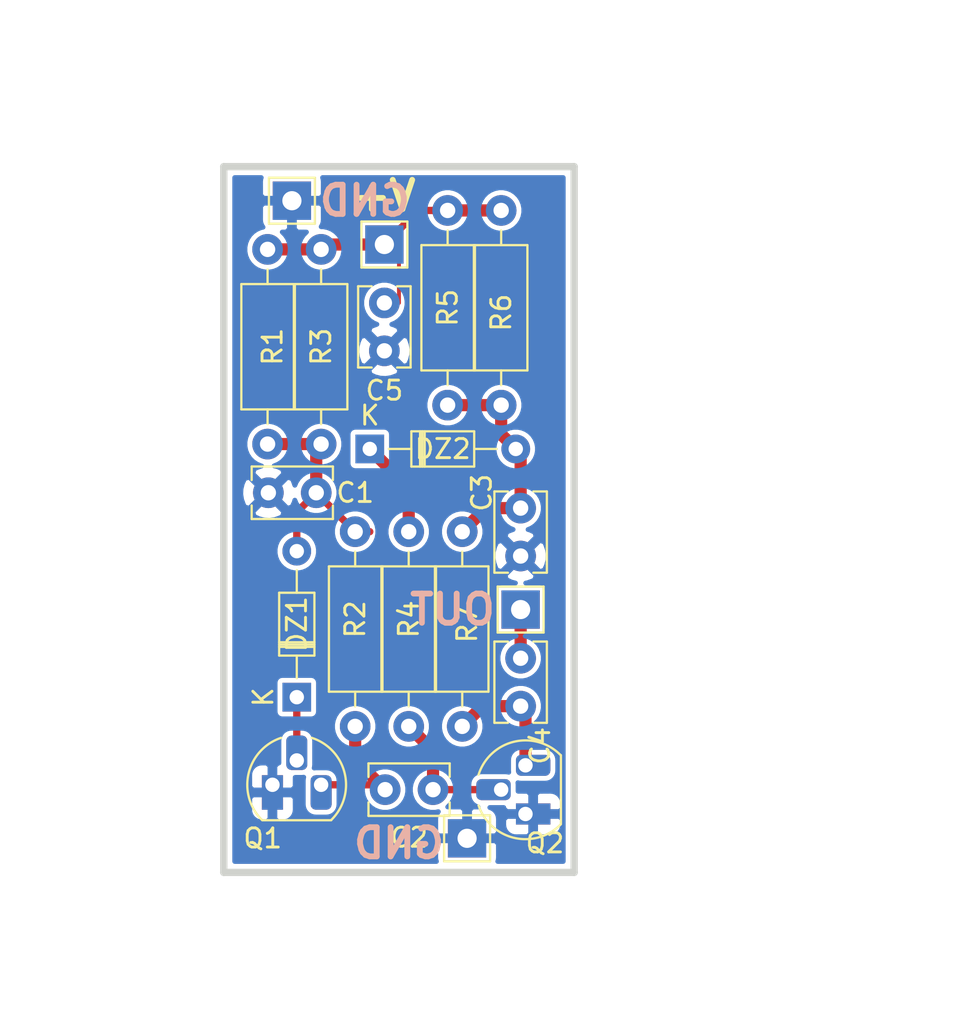
<source format=kicad_pcb>
(kicad_pcb (version 20171130) (host pcbnew "(5.1.10)-1")

  (general
    (thickness 1.6002)
    (drawings 16)
    (tracks 36)
    (zones 0)
    (modules 20)
    (nets 11)
  )

  (page A)
  (title_block
    (title "CW FILTER")
    (date 2021-08-17)
    (rev 1)
    (company "Land Boards LLC")
  )

  (layers
    (0 Front signal)
    (31 Back signal)
    (36 B.SilkS user hide)
    (37 F.SilkS user)
    (38 B.Mask user)
    (39 F.Mask user)
    (40 Dwgs.User user)
    (44 Edge.Cuts user)
  )

  (setup
    (last_trace_width 0.2032)
    (user_trace_width 0.3048)
    (user_trace_width 0.381)
    (user_trace_width 0.635)
    (trace_clearance 0.254)
    (zone_clearance 0.254)
    (zone_45_only no)
    (trace_min 0.2032)
    (via_size 0.889)
    (via_drill 0.635)
    (via_min_size 0.889)
    (via_min_drill 0.508)
    (uvia_size 0.508)
    (uvia_drill 0.127)
    (uvias_allowed no)
    (uvia_min_size 0.508)
    (uvia_min_drill 0.127)
    (edge_width 0.381)
    (segment_width 0.381)
    (pcb_text_width 0.3048)
    (pcb_text_size 1.524 2.032)
    (mod_edge_width 0.381)
    (mod_text_size 1.524 1.524)
    (mod_text_width 0.3048)
    (pad_size 2 2)
    (pad_drill 1)
    (pad_to_mask_clearance 0.254)
    (aux_axis_origin 147.32 73.8124)
    (grid_origin 0.02 0.0124)
    (visible_elements 7FFFEB7F)
    (pcbplotparams
      (layerselection 0x010f0_ffffffff)
      (usegerberextensions false)
      (usegerberattributes false)
      (usegerberadvancedattributes false)
      (creategerberjobfile false)
      (excludeedgelayer true)
      (linewidth 0.150000)
      (plotframeref false)
      (viasonmask false)
      (mode 1)
      (useauxorigin false)
      (hpglpennumber 1)
      (hpglpenspeed 20)
      (hpglpendiameter 15.000000)
      (psnegative false)
      (psa4output false)
      (plotreference true)
      (plotvalue true)
      (plotinvisibletext false)
      (padsonsilk false)
      (subtractmaskfromsilk false)
      (outputformat 1)
      (mirror false)
      (drillshape 0)
      (scaleselection 1)
      (outputdirectory "plots/"))
  )

  (net 0 "")
  (net 1 GND)
  (net 2 /N1)
  (net 3 /N4)
  (net 4 /N3)
  (net 5 /N6)
  (net 6 /N5)
  (net 7 /+12V)
  (net 8 /N2)
  (net 9 "Net-(DZ2-Pad1)")
  (net 10 /RF-OUT)

  (net_class Default "This is the default net class."
    (clearance 0.254)
    (trace_width 0.2032)
    (via_dia 0.889)
    (via_drill 0.635)
    (uvia_dia 0.508)
    (uvia_drill 0.127)
    (add_net /+12V)
    (add_net /N1)
    (add_net /N2)
    (add_net /N3)
    (add_net /N4)
    (add_net /N5)
    (add_net /N6)
    (add_net /RF-OUT)
    (add_net GND)
    (add_net "Net-(DZ2-Pad1)")
  )

  (module Package_TO_SOT_THT:TO-92_HandSolder (layer Front) (tedit 5A282C46) (tstamp 611E73E5)
    (at 59.202 67.5764)
    (descr "TO-92 leads molded, narrow, drill 0.75mm, handsoldering variant with enlarged pads (see NXP sot054_po.pdf)")
    (tags "to-92 sc-43 sc-43a sot54 PA33 transistor")
    (path /611EC0AC)
    (fp_text reference Q1 (at -0.508 2.794) (layer F.SilkS)
      (effects (font (size 1 1) (thickness 0.15)))
    )
    (fp_text value 2N3904 (at 1.27 2.79) (layer F.Fab)
      (effects (font (size 1 1) (thickness 0.15)))
    )
    (fp_line (start 4 2.01) (end -1.46 2.01) (layer F.CrtYd) (width 0.05))
    (fp_line (start 4 2.01) (end 4 -3.05) (layer F.CrtYd) (width 0.05))
    (fp_line (start -1.45 -3.05) (end -1.46 2.01) (layer F.CrtYd) (width 0.05))
    (fp_line (start -1.46 -3.05) (end 4 -3.05) (layer F.CrtYd) (width 0.05))
    (fp_line (start -0.5 1.75) (end 3 1.75) (layer F.Fab) (width 0.1))
    (fp_line (start -0.53 1.85) (end 3.07 1.85) (layer F.SilkS) (width 0.12))
    (fp_text user %R (at 1.27 -4.4) (layer F.Fab)
      (effects (font (size 1 1) (thickness 0.15)))
    )
    (fp_arc (start 1.27 0) (end 1.27 -2.48) (angle 135) (layer F.Fab) (width 0.1))
    (fp_arc (start 1.27 0) (end 0.45 -2.45) (angle -116.9632683) (layer F.SilkS) (width 0.12))
    (fp_arc (start 1.27 0) (end 1.27 -2.48) (angle -135) (layer F.Fab) (width 0.1))
    (fp_arc (start 1.27 0) (end 2.05 -2.45) (angle 117.6433766) (layer F.SilkS) (width 0.12))
    (pad 2 thru_hole roundrect (at 1.27 -1.27) (size 1.1 1.8) (drill 0.75 (offset 0 -0.4)) (layers *.Cu *.Mask) (roundrect_rratio 0.25)
      (net 8 /N2))
    (pad 3 thru_hole roundrect (at 2.54 0) (size 1.1 1.8) (drill 0.75 (offset 0 0.4)) (layers *.Cu *.Mask) (roundrect_rratio 0.25)
      (net 4 /N3))
    (pad 1 thru_hole rect (at 0 0) (size 1.1 1.8) (drill 0.75 (offset 0 0.4)) (layers *.Cu *.Mask)
      (net 1 GND))
    (model ${KISYS3DMOD}/Package_TO_SOT_THT.3dshapes/TO-92.wrl
      (at (xyz 0 0 0))
      (scale (xyz 1 1 1))
      (rotate (xyz 0 0 0))
    )
  )

  (module Package_TO_SOT_THT:TO-92_HandSolder (layer Front) (tedit 5A282C46) (tstamp 611E7448)
    (at 72.41 69.1004 90)
    (descr "TO-92 leads molded, narrow, drill 0.75mm, handsoldering variant with enlarged pads (see NXP sot054_po.pdf)")
    (tags "to-92 sc-43 sc-43a sot54 PA33 transistor")
    (path /611ECF68)
    (fp_text reference Q2 (at -1.524 1.016 180) (layer F.SilkS)
      (effects (font (size 1 1) (thickness 0.15)))
    )
    (fp_text value 2N3904 (at 1.27 2.79 90) (layer F.Fab)
      (effects (font (size 1 1) (thickness 0.15)))
    )
    (fp_line (start -0.53 1.85) (end 3.07 1.85) (layer F.SilkS) (width 0.12))
    (fp_line (start -0.5 1.75) (end 3 1.75) (layer F.Fab) (width 0.1))
    (fp_line (start -1.46 -3.05) (end 4 -3.05) (layer F.CrtYd) (width 0.05))
    (fp_line (start -1.45 -3.05) (end -1.46 2.01) (layer F.CrtYd) (width 0.05))
    (fp_line (start 4 2.01) (end 4 -3.05) (layer F.CrtYd) (width 0.05))
    (fp_line (start 4 2.01) (end -1.46 2.01) (layer F.CrtYd) (width 0.05))
    (fp_arc (start 1.27 0) (end 2.05 -2.45) (angle 117.6433766) (layer F.SilkS) (width 0.12))
    (fp_arc (start 1.27 0) (end 1.27 -2.48) (angle -135) (layer F.Fab) (width 0.1))
    (fp_arc (start 1.27 0) (end 0.45 -2.45) (angle -116.9632683) (layer F.SilkS) (width 0.12))
    (fp_arc (start 1.27 0) (end 1.27 -2.48) (angle 135) (layer F.Fab) (width 0.1))
    (fp_text user %R (at 1.27 -4.4 90) (layer F.Fab)
      (effects (font (size 1 1) (thickness 0.15)))
    )
    (pad 1 thru_hole rect (at 0 0 90) (size 1.1 1.8) (drill 0.75 (offset 0 0.4)) (layers *.Cu *.Mask)
      (net 1 GND))
    (pad 3 thru_hole roundrect (at 2.54 0 90) (size 1.1 1.8) (drill 0.75 (offset 0 0.4)) (layers *.Cu *.Mask) (roundrect_rratio 0.25)
      (net 6 /N5))
    (pad 2 thru_hole roundrect (at 1.27 -1.27 90) (size 1.1 1.8) (drill 0.75 (offset 0 -0.4)) (layers *.Cu *.Mask) (roundrect_rratio 0.25)
      (net 3 /N4))
    (model ${KISYS3DMOD}/Package_TO_SOT_THT.3dshapes/TO-92.wrl
      (at (xyz 0 0 0))
      (scale (xyz 1 1 1))
      (rotate (xyz 0 0 0))
    )
  )

  (module Diode_THT:D_DO-34_SOD68_P7.62mm_Horizontal (layer Front) (tedit 5AE50CD5) (tstamp 61205234)
    (at 60.472 63.0044 90)
    (descr "Diode, DO-34_SOD68 series, Axial, Horizontal, pin pitch=7.62mm, , length*diameter=3.04*1.6mm^2, , https://www.nxp.com/docs/en/data-sheet/KTY83_SER.pdf")
    (tags "Diode DO-34_SOD68 series Axial Horizontal pin pitch 7.62mm  length 3.04mm diameter 1.6mm")
    (path /6120EEAD)
    (fp_text reference DZ1 (at 3.81 0 90) (layer F.SilkS)
      (effects (font (size 1 1) (thickness 0.15)))
    )
    (fp_text value 5V (at 3.81 1.92 90) (layer F.Fab)
      (effects (font (size 1 1) (thickness 0.15)))
    )
    (fp_line (start 8.63 -1.05) (end -1 -1.05) (layer F.CrtYd) (width 0.05))
    (fp_line (start 8.63 1.05) (end 8.63 -1.05) (layer F.CrtYd) (width 0.05))
    (fp_line (start -1 1.05) (end 8.63 1.05) (layer F.CrtYd) (width 0.05))
    (fp_line (start -1 -1.05) (end -1 1.05) (layer F.CrtYd) (width 0.05))
    (fp_line (start 2.626 -0.92) (end 2.626 0.92) (layer F.SilkS) (width 0.12))
    (fp_line (start 2.866 -0.92) (end 2.866 0.92) (layer F.SilkS) (width 0.12))
    (fp_line (start 2.746 -0.92) (end 2.746 0.92) (layer F.SilkS) (width 0.12))
    (fp_line (start 6.63 0) (end 5.45 0) (layer F.SilkS) (width 0.12))
    (fp_line (start 0.99 0) (end 2.17 0) (layer F.SilkS) (width 0.12))
    (fp_line (start 5.45 -0.92) (end 2.17 -0.92) (layer F.SilkS) (width 0.12))
    (fp_line (start 5.45 0.92) (end 5.45 -0.92) (layer F.SilkS) (width 0.12))
    (fp_line (start 2.17 0.92) (end 5.45 0.92) (layer F.SilkS) (width 0.12))
    (fp_line (start 2.17 -0.92) (end 2.17 0.92) (layer F.SilkS) (width 0.12))
    (fp_line (start 2.646 -0.8) (end 2.646 0.8) (layer F.Fab) (width 0.1))
    (fp_line (start 2.846 -0.8) (end 2.846 0.8) (layer F.Fab) (width 0.1))
    (fp_line (start 2.746 -0.8) (end 2.746 0.8) (layer F.Fab) (width 0.1))
    (fp_line (start 7.62 0) (end 5.33 0) (layer F.Fab) (width 0.1))
    (fp_line (start 0 0) (end 2.29 0) (layer F.Fab) (width 0.1))
    (fp_line (start 5.33 -0.8) (end 2.29 -0.8) (layer F.Fab) (width 0.1))
    (fp_line (start 5.33 0.8) (end 5.33 -0.8) (layer F.Fab) (width 0.1))
    (fp_line (start 2.29 0.8) (end 5.33 0.8) (layer F.Fab) (width 0.1))
    (fp_line (start 2.29 -0.8) (end 2.29 0.8) (layer F.Fab) (width 0.1))
    (fp_text user %R (at 4.038 0 90) (layer F.Fab)
      (effects (font (size 0.608 0.608) (thickness 0.0912)))
    )
    (fp_text user K (at 0 -1.75 90) (layer F.Fab)
      (effects (font (size 1 1) (thickness 0.15)))
    )
    (fp_text user K (at 0 -1.75 90) (layer F.SilkS)
      (effects (font (size 1 1) (thickness 0.15)))
    )
    (pad 1 thru_hole rect (at 0 0 90) (size 1.5 1.5) (drill 0.75) (layers *.Cu *.Mask)
      (net 8 /N2))
    (pad 2 thru_hole oval (at 7.62 0 90) (size 1.5 1.5) (drill 0.75) (layers *.Cu *.Mask)
      (net 2 /N1))
    (model ${KISYS3DMOD}/Diode_THT.3dshapes/D_DO-34_SOD68_P7.62mm_Horizontal.wrl
      (at (xyz 0 0 0))
      (scale (xyz 1 1 1))
      (rotate (xyz 0 0 0))
    )
  )

  (module Diode_THT:D_DO-34_SOD68_P7.62mm_Horizontal (layer Front) (tedit 5AE50CD5) (tstamp 61205253)
    (at 64.282 50.0504)
    (descr "Diode, DO-34_SOD68 series, Axial, Horizontal, pin pitch=7.62mm, , length*diameter=3.04*1.6mm^2, , https://www.nxp.com/docs/en/data-sheet/KTY83_SER.pdf")
    (tags "Diode DO-34_SOD68 series Axial Horizontal pin pitch 7.62mm  length 3.04mm diameter 1.6mm")
    (path /6122F3C7)
    (fp_text reference DZ2 (at 3.81 0) (layer F.SilkS)
      (effects (font (size 1 1) (thickness 0.15)))
    )
    (fp_text value 5V (at 3.81 1.92) (layer F.Fab)
      (effects (font (size 1 1) (thickness 0.15)))
    )
    (fp_line (start 2.29 -0.8) (end 2.29 0.8) (layer F.Fab) (width 0.1))
    (fp_line (start 2.29 0.8) (end 5.33 0.8) (layer F.Fab) (width 0.1))
    (fp_line (start 5.33 0.8) (end 5.33 -0.8) (layer F.Fab) (width 0.1))
    (fp_line (start 5.33 -0.8) (end 2.29 -0.8) (layer F.Fab) (width 0.1))
    (fp_line (start 0 0) (end 2.29 0) (layer F.Fab) (width 0.1))
    (fp_line (start 7.62 0) (end 5.33 0) (layer F.Fab) (width 0.1))
    (fp_line (start 2.746 -0.8) (end 2.746 0.8) (layer F.Fab) (width 0.1))
    (fp_line (start 2.846 -0.8) (end 2.846 0.8) (layer F.Fab) (width 0.1))
    (fp_line (start 2.646 -0.8) (end 2.646 0.8) (layer F.Fab) (width 0.1))
    (fp_line (start 2.17 -0.92) (end 2.17 0.92) (layer F.SilkS) (width 0.12))
    (fp_line (start 2.17 0.92) (end 5.45 0.92) (layer F.SilkS) (width 0.12))
    (fp_line (start 5.45 0.92) (end 5.45 -0.92) (layer F.SilkS) (width 0.12))
    (fp_line (start 5.45 -0.92) (end 2.17 -0.92) (layer F.SilkS) (width 0.12))
    (fp_line (start 0.99 0) (end 2.17 0) (layer F.SilkS) (width 0.12))
    (fp_line (start 6.63 0) (end 5.45 0) (layer F.SilkS) (width 0.12))
    (fp_line (start 2.746 -0.92) (end 2.746 0.92) (layer F.SilkS) (width 0.12))
    (fp_line (start 2.866 -0.92) (end 2.866 0.92) (layer F.SilkS) (width 0.12))
    (fp_line (start 2.626 -0.92) (end 2.626 0.92) (layer F.SilkS) (width 0.12))
    (fp_line (start -1 -1.05) (end -1 1.05) (layer F.CrtYd) (width 0.05))
    (fp_line (start -1 1.05) (end 8.63 1.05) (layer F.CrtYd) (width 0.05))
    (fp_line (start 8.63 1.05) (end 8.63 -1.05) (layer F.CrtYd) (width 0.05))
    (fp_line (start 8.63 -1.05) (end -1 -1.05) (layer F.CrtYd) (width 0.05))
    (fp_text user K (at 0 -1.75) (layer F.SilkS)
      (effects (font (size 1 1) (thickness 0.15)))
    )
    (fp_text user K (at 0 -1.75) (layer F.Fab)
      (effects (font (size 1 1) (thickness 0.15)))
    )
    (fp_text user %R (at 4.038 0) (layer F.Fab)
      (effects (font (size 0.608 0.608) (thickness 0.0912)))
    )
    (pad 2 thru_hole oval (at 7.62 0) (size 1.5 1.5) (drill 0.75) (layers *.Cu *.Mask)
      (net 5 /N6))
    (pad 1 thru_hole rect (at 0 0) (size 1.5 1.5) (drill 0.75) (layers *.Cu *.Mask)
      (net 9 "Net-(DZ2-Pad1)"))
    (model ${KISYS3DMOD}/Diode_THT.3dshapes/D_DO-34_SOD68_P7.62mm_Horizontal.wrl
      (at (xyz 0 0 0))
      (scale (xyz 1 1 1))
      (rotate (xyz 0 0 0))
    )
  )

  (module Resistor_THT:R_Axial_DIN0207_L6.3mm_D2.5mm_P10.16mm_Horizontal (layer Front) (tedit 5AE5139B) (tstamp 612069CB)
    (at 58.948 49.7964 90)
    (descr "Resistor, Axial_DIN0207 series, Axial, Horizontal, pin pitch=10.16mm, 0.25W = 1/4W, length*diameter=6.3*2.5mm^2, http://cdn-reichelt.de/documents/datenblatt/B400/1_4W%23YAG.pdf")
    (tags "Resistor Axial_DIN0207 series Axial Horizontal pin pitch 10.16mm 0.25W = 1/4W length 6.3mm diameter 2.5mm")
    (path /6121C9A8)
    (fp_text reference R1 (at 5.08 0.254 90) (layer F.SilkS)
      (effects (font (size 1 1) (thickness 0.15)))
    )
    (fp_text value 680 (at 5.08 2.37 90) (layer F.Fab)
      (effects (font (size 1 1) (thickness 0.15)))
    )
    (fp_line (start 11.21 -1.5) (end -1.05 -1.5) (layer F.CrtYd) (width 0.05))
    (fp_line (start 11.21 1.5) (end 11.21 -1.5) (layer F.CrtYd) (width 0.05))
    (fp_line (start -1.05 1.5) (end 11.21 1.5) (layer F.CrtYd) (width 0.05))
    (fp_line (start -1.05 -1.5) (end -1.05 1.5) (layer F.CrtYd) (width 0.05))
    (fp_line (start 9.12 0) (end 8.35 0) (layer F.SilkS) (width 0.12))
    (fp_line (start 1.04 0) (end 1.81 0) (layer F.SilkS) (width 0.12))
    (fp_line (start 8.35 -1.37) (end 1.81 -1.37) (layer F.SilkS) (width 0.12))
    (fp_line (start 8.35 1.37) (end 8.35 -1.37) (layer F.SilkS) (width 0.12))
    (fp_line (start 1.81 1.37) (end 8.35 1.37) (layer F.SilkS) (width 0.12))
    (fp_line (start 1.81 -1.37) (end 1.81 1.37) (layer F.SilkS) (width 0.12))
    (fp_line (start 10.16 0) (end 8.23 0) (layer F.Fab) (width 0.1))
    (fp_line (start 0 0) (end 1.93 0) (layer F.Fab) (width 0.1))
    (fp_line (start 8.23 -1.25) (end 1.93 -1.25) (layer F.Fab) (width 0.1))
    (fp_line (start 8.23 1.25) (end 8.23 -1.25) (layer F.Fab) (width 0.1))
    (fp_line (start 1.93 1.25) (end 8.23 1.25) (layer F.Fab) (width 0.1))
    (fp_line (start 1.93 -1.25) (end 1.93 1.25) (layer F.Fab) (width 0.1))
    (fp_text user %R (at 5.08 0 90) (layer F.Fab)
      (effects (font (size 1 1) (thickness 0.15)))
    )
    (pad 1 thru_hole circle (at 0 0 90) (size 1.6 1.6) (drill 0.8) (layers *.Cu *.Mask)
      (net 2 /N1))
    (pad 2 thru_hole oval (at 10.16 0 90) (size 1.6 1.6) (drill 0.8) (layers *.Cu *.Mask)
      (net 7 /+12V))
    (model ${KISYS3DMOD}/Resistor_THT.3dshapes/R_Axial_DIN0207_L6.3mm_D2.5mm_P10.16mm_Horizontal.wrl
      (at (xyz 0 0 0))
      (scale (xyz 1 1 1))
      (rotate (xyz 0 0 0))
    )
  )

  (module Resistor_THT:R_Axial_DIN0207_L6.3mm_D2.5mm_P10.16mm_Horizontal (layer Front) (tedit 5AE5139B) (tstamp 612069E1)
    (at 63.52 64.5284 90)
    (descr "Resistor, Axial_DIN0207 series, Axial, Horizontal, pin pitch=10.16mm, 0.25W = 1/4W, length*diameter=6.3*2.5mm^2, http://cdn-reichelt.de/documents/datenblatt/B400/1_4W%23YAG.pdf")
    (tags "Resistor Axial_DIN0207 series Axial Horizontal pin pitch 10.16mm 0.25W = 1/4W length 6.3mm diameter 2.5mm")
    (path /61207436)
    (fp_text reference R2 (at 5.588 0 90) (layer F.SilkS)
      (effects (font (size 1 1) (thickness 0.15)))
    )
    (fp_text value 100 (at 5.08 2.37 90) (layer F.Fab)
      (effects (font (size 1 1) (thickness 0.15)))
    )
    (fp_line (start 1.93 -1.25) (end 1.93 1.25) (layer F.Fab) (width 0.1))
    (fp_line (start 1.93 1.25) (end 8.23 1.25) (layer F.Fab) (width 0.1))
    (fp_line (start 8.23 1.25) (end 8.23 -1.25) (layer F.Fab) (width 0.1))
    (fp_line (start 8.23 -1.25) (end 1.93 -1.25) (layer F.Fab) (width 0.1))
    (fp_line (start 0 0) (end 1.93 0) (layer F.Fab) (width 0.1))
    (fp_line (start 10.16 0) (end 8.23 0) (layer F.Fab) (width 0.1))
    (fp_line (start 1.81 -1.37) (end 1.81 1.37) (layer F.SilkS) (width 0.12))
    (fp_line (start 1.81 1.37) (end 8.35 1.37) (layer F.SilkS) (width 0.12))
    (fp_line (start 8.35 1.37) (end 8.35 -1.37) (layer F.SilkS) (width 0.12))
    (fp_line (start 8.35 -1.37) (end 1.81 -1.37) (layer F.SilkS) (width 0.12))
    (fp_line (start 1.04 0) (end 1.81 0) (layer F.SilkS) (width 0.12))
    (fp_line (start 9.12 0) (end 8.35 0) (layer F.SilkS) (width 0.12))
    (fp_line (start -1.05 -1.5) (end -1.05 1.5) (layer F.CrtYd) (width 0.05))
    (fp_line (start -1.05 1.5) (end 11.21 1.5) (layer F.CrtYd) (width 0.05))
    (fp_line (start 11.21 1.5) (end 11.21 -1.5) (layer F.CrtYd) (width 0.05))
    (fp_line (start 11.21 -1.5) (end -1.05 -1.5) (layer F.CrtYd) (width 0.05))
    (fp_text user %R (at 5.08 0 90) (layer F.Fab)
      (effects (font (size 1 1) (thickness 0.15)))
    )
    (pad 2 thru_hole oval (at 10.16 0 90) (size 1.6 1.6) (drill 0.8) (layers *.Cu *.Mask)
      (net 2 /N1))
    (pad 1 thru_hole circle (at 0 0 90) (size 1.6 1.6) (drill 0.8) (layers *.Cu *.Mask)
      (net 4 /N3))
    (model ${KISYS3DMOD}/Resistor_THT.3dshapes/R_Axial_DIN0207_L6.3mm_D2.5mm_P10.16mm_Horizontal.wrl
      (at (xyz 0 0 0))
      (scale (xyz 1 1 1))
      (rotate (xyz 0 0 0))
    )
  )

  (module Resistor_THT:R_Axial_DIN0207_L6.3mm_D2.5mm_P10.16mm_Horizontal (layer Front) (tedit 5AE5139B) (tstamp 612069F7)
    (at 61.742 49.7964 90)
    (descr "Resistor, Axial_DIN0207 series, Axial, Horizontal, pin pitch=10.16mm, 0.25W = 1/4W, length*diameter=6.3*2.5mm^2, http://cdn-reichelt.de/documents/datenblatt/B400/1_4W%23YAG.pdf")
    (tags "Resistor Axial_DIN0207 series Axial Horizontal pin pitch 10.16mm 0.25W = 1/4W length 6.3mm diameter 2.5mm")
    (path /6121674F)
    (fp_text reference R3 (at 5.08 0 90) (layer F.SilkS)
      (effects (font (size 1 1) (thickness 0.15)))
    )
    (fp_text value 680 (at 5.08 2.37 90) (layer F.Fab)
      (effects (font (size 1 1) (thickness 0.15)))
    )
    (fp_line (start 1.93 -1.25) (end 1.93 1.25) (layer F.Fab) (width 0.1))
    (fp_line (start 1.93 1.25) (end 8.23 1.25) (layer F.Fab) (width 0.1))
    (fp_line (start 8.23 1.25) (end 8.23 -1.25) (layer F.Fab) (width 0.1))
    (fp_line (start 8.23 -1.25) (end 1.93 -1.25) (layer F.Fab) (width 0.1))
    (fp_line (start 0 0) (end 1.93 0) (layer F.Fab) (width 0.1))
    (fp_line (start 10.16 0) (end 8.23 0) (layer F.Fab) (width 0.1))
    (fp_line (start 1.81 -1.37) (end 1.81 1.37) (layer F.SilkS) (width 0.12))
    (fp_line (start 1.81 1.37) (end 8.35 1.37) (layer F.SilkS) (width 0.12))
    (fp_line (start 8.35 1.37) (end 8.35 -1.37) (layer F.SilkS) (width 0.12))
    (fp_line (start 8.35 -1.37) (end 1.81 -1.37) (layer F.SilkS) (width 0.12))
    (fp_line (start 1.04 0) (end 1.81 0) (layer F.SilkS) (width 0.12))
    (fp_line (start 9.12 0) (end 8.35 0) (layer F.SilkS) (width 0.12))
    (fp_line (start -1.05 -1.5) (end -1.05 1.5) (layer F.CrtYd) (width 0.05))
    (fp_line (start -1.05 1.5) (end 11.21 1.5) (layer F.CrtYd) (width 0.05))
    (fp_line (start 11.21 1.5) (end 11.21 -1.5) (layer F.CrtYd) (width 0.05))
    (fp_line (start 11.21 -1.5) (end -1.05 -1.5) (layer F.CrtYd) (width 0.05))
    (fp_text user %R (at 5.08 0 90) (layer F.Fab)
      (effects (font (size 1 1) (thickness 0.15)))
    )
    (pad 2 thru_hole oval (at 10.16 0 90) (size 1.6 1.6) (drill 0.8) (layers *.Cu *.Mask)
      (net 7 /+12V))
    (pad 1 thru_hole circle (at 0 0 90) (size 1.6 1.6) (drill 0.8) (layers *.Cu *.Mask)
      (net 2 /N1))
    (model ${KISYS3DMOD}/Resistor_THT.3dshapes/R_Axial_DIN0207_L6.3mm_D2.5mm_P10.16mm_Horizontal.wrl
      (at (xyz 0 0 0))
      (scale (xyz 1 1 1))
      (rotate (xyz 0 0 0))
    )
  )

  (module Resistor_THT:R_Axial_DIN0207_L6.3mm_D2.5mm_P10.16mm_Horizontal (layer Front) (tedit 5AE5139B) (tstamp 61206A0D)
    (at 66.314 64.5284 90)
    (descr "Resistor, Axial_DIN0207 series, Axial, Horizontal, pin pitch=10.16mm, 0.25W = 1/4W, length*diameter=6.3*2.5mm^2, http://cdn-reichelt.de/documents/datenblatt/B400/1_4W%23YAG.pdf")
    (tags "Resistor Axial_DIN0207 series Axial Horizontal pin pitch 10.16mm 0.25W = 1/4W length 6.3mm diameter 2.5mm")
    (path /6122B752)
    (fp_text reference R4 (at 5.588 0 90) (layer F.SilkS)
      (effects (font (size 1 1) (thickness 0.15)))
    )
    (fp_text value 510 (at 5.08 2.37 90) (layer F.Fab)
      (effects (font (size 1 1) (thickness 0.15)))
    )
    (fp_line (start 1.93 -1.25) (end 1.93 1.25) (layer F.Fab) (width 0.1))
    (fp_line (start 1.93 1.25) (end 8.23 1.25) (layer F.Fab) (width 0.1))
    (fp_line (start 8.23 1.25) (end 8.23 -1.25) (layer F.Fab) (width 0.1))
    (fp_line (start 8.23 -1.25) (end 1.93 -1.25) (layer F.Fab) (width 0.1))
    (fp_line (start 0 0) (end 1.93 0) (layer F.Fab) (width 0.1))
    (fp_line (start 10.16 0) (end 8.23 0) (layer F.Fab) (width 0.1))
    (fp_line (start 1.81 -1.37) (end 1.81 1.37) (layer F.SilkS) (width 0.12))
    (fp_line (start 1.81 1.37) (end 8.35 1.37) (layer F.SilkS) (width 0.12))
    (fp_line (start 8.35 1.37) (end 8.35 -1.37) (layer F.SilkS) (width 0.12))
    (fp_line (start 8.35 -1.37) (end 1.81 -1.37) (layer F.SilkS) (width 0.12))
    (fp_line (start 1.04 0) (end 1.81 0) (layer F.SilkS) (width 0.12))
    (fp_line (start 9.12 0) (end 8.35 0) (layer F.SilkS) (width 0.12))
    (fp_line (start -1.05 -1.5) (end -1.05 1.5) (layer F.CrtYd) (width 0.05))
    (fp_line (start -1.05 1.5) (end 11.21 1.5) (layer F.CrtYd) (width 0.05))
    (fp_line (start 11.21 1.5) (end 11.21 -1.5) (layer F.CrtYd) (width 0.05))
    (fp_line (start 11.21 -1.5) (end -1.05 -1.5) (layer F.CrtYd) (width 0.05))
    (fp_text user %R (at 5.08 0 90) (layer F.Fab)
      (effects (font (size 1 1) (thickness 0.15)))
    )
    (pad 2 thru_hole oval (at 10.16 0 90) (size 1.6 1.6) (drill 0.8) (layers *.Cu *.Mask)
      (net 9 "Net-(DZ2-Pad1)"))
    (pad 1 thru_hole circle (at 0 0 90) (size 1.6 1.6) (drill 0.8) (layers *.Cu *.Mask)
      (net 3 /N4))
    (model ${KISYS3DMOD}/Resistor_THT.3dshapes/R_Axial_DIN0207_L6.3mm_D2.5mm_P10.16mm_Horizontal.wrl
      (at (xyz 0 0 0))
      (scale (xyz 1 1 1))
      (rotate (xyz 0 0 0))
    )
  )

  (module Resistor_THT:R_Axial_DIN0207_L6.3mm_D2.5mm_P10.16mm_Horizontal (layer Front) (tedit 5AE5139B) (tstamp 61206A23)
    (at 68.346 47.7644 90)
    (descr "Resistor, Axial_DIN0207 series, Axial, Horizontal, pin pitch=10.16mm, 0.25W = 1/4W, length*diameter=6.3*2.5mm^2, http://cdn-reichelt.de/documents/datenblatt/B400/1_4W%23YAG.pdf")
    (tags "Resistor Axial_DIN0207 series Axial Horizontal pin pitch 10.16mm 0.25W = 1/4W length 6.3mm diameter 2.5mm")
    (path /61236699)
    (fp_text reference R5 (at 5.08 0 90) (layer F.SilkS)
      (effects (font (size 1 1) (thickness 0.15)))
    )
    (fp_text value 680 (at 5.08 2.37 90) (layer F.Fab)
      (effects (font (size 1 1) (thickness 0.15)))
    )
    (fp_line (start 11.21 -1.5) (end -1.05 -1.5) (layer F.CrtYd) (width 0.05))
    (fp_line (start 11.21 1.5) (end 11.21 -1.5) (layer F.CrtYd) (width 0.05))
    (fp_line (start -1.05 1.5) (end 11.21 1.5) (layer F.CrtYd) (width 0.05))
    (fp_line (start -1.05 -1.5) (end -1.05 1.5) (layer F.CrtYd) (width 0.05))
    (fp_line (start 9.12 0) (end 8.35 0) (layer F.SilkS) (width 0.12))
    (fp_line (start 1.04 0) (end 1.81 0) (layer F.SilkS) (width 0.12))
    (fp_line (start 8.35 -1.37) (end 1.81 -1.37) (layer F.SilkS) (width 0.12))
    (fp_line (start 8.35 1.37) (end 8.35 -1.37) (layer F.SilkS) (width 0.12))
    (fp_line (start 1.81 1.37) (end 8.35 1.37) (layer F.SilkS) (width 0.12))
    (fp_line (start 1.81 -1.37) (end 1.81 1.37) (layer F.SilkS) (width 0.12))
    (fp_line (start 10.16 0) (end 8.23 0) (layer F.Fab) (width 0.1))
    (fp_line (start 0 0) (end 1.93 0) (layer F.Fab) (width 0.1))
    (fp_line (start 8.23 -1.25) (end 1.93 -1.25) (layer F.Fab) (width 0.1))
    (fp_line (start 8.23 1.25) (end 8.23 -1.25) (layer F.Fab) (width 0.1))
    (fp_line (start 1.93 1.25) (end 8.23 1.25) (layer F.Fab) (width 0.1))
    (fp_line (start 1.93 -1.25) (end 1.93 1.25) (layer F.Fab) (width 0.1))
    (fp_text user %R (at 5.08 0 90) (layer F.Fab)
      (effects (font (size 1 1) (thickness 0.15)))
    )
    (pad 1 thru_hole circle (at 0 0 90) (size 1.6 1.6) (drill 0.8) (layers *.Cu *.Mask)
      (net 5 /N6))
    (pad 2 thru_hole oval (at 10.16 0 90) (size 1.6 1.6) (drill 0.8) (layers *.Cu *.Mask)
      (net 7 /+12V))
    (model ${KISYS3DMOD}/Resistor_THT.3dshapes/R_Axial_DIN0207_L6.3mm_D2.5mm_P10.16mm_Horizontal.wrl
      (at (xyz 0 0 0))
      (scale (xyz 1 1 1))
      (rotate (xyz 0 0 0))
    )
  )

  (module Resistor_THT:R_Axial_DIN0207_L6.3mm_D2.5mm_P10.16mm_Horizontal (layer Front) (tedit 5AE5139B) (tstamp 61206A39)
    (at 71.14 47.7644 90)
    (descr "Resistor, Axial_DIN0207 series, Axial, Horizontal, pin pitch=10.16mm, 0.25W = 1/4W, length*diameter=6.3*2.5mm^2, http://cdn-reichelt.de/documents/datenblatt/B400/1_4W%23YAG.pdf")
    (tags "Resistor Axial_DIN0207 series Axial Horizontal pin pitch 10.16mm 0.25W = 1/4W length 6.3mm diameter 2.5mm")
    (path /6123668F)
    (fp_text reference R6 (at 4.826 0 90) (layer F.SilkS)
      (effects (font (size 1 1) (thickness 0.15)))
    )
    (fp_text value 680 (at 5.08 2.37 90) (layer F.Fab)
      (effects (font (size 1 1) (thickness 0.15)))
    )
    (fp_line (start 11.21 -1.5) (end -1.05 -1.5) (layer F.CrtYd) (width 0.05))
    (fp_line (start 11.21 1.5) (end 11.21 -1.5) (layer F.CrtYd) (width 0.05))
    (fp_line (start -1.05 1.5) (end 11.21 1.5) (layer F.CrtYd) (width 0.05))
    (fp_line (start -1.05 -1.5) (end -1.05 1.5) (layer F.CrtYd) (width 0.05))
    (fp_line (start 9.12 0) (end 8.35 0) (layer F.SilkS) (width 0.12))
    (fp_line (start 1.04 0) (end 1.81 0) (layer F.SilkS) (width 0.12))
    (fp_line (start 8.35 -1.37) (end 1.81 -1.37) (layer F.SilkS) (width 0.12))
    (fp_line (start 8.35 1.37) (end 8.35 -1.37) (layer F.SilkS) (width 0.12))
    (fp_line (start 1.81 1.37) (end 8.35 1.37) (layer F.SilkS) (width 0.12))
    (fp_line (start 1.81 -1.37) (end 1.81 1.37) (layer F.SilkS) (width 0.12))
    (fp_line (start 10.16 0) (end 8.23 0) (layer F.Fab) (width 0.1))
    (fp_line (start 0 0) (end 1.93 0) (layer F.Fab) (width 0.1))
    (fp_line (start 8.23 -1.25) (end 1.93 -1.25) (layer F.Fab) (width 0.1))
    (fp_line (start 8.23 1.25) (end 8.23 -1.25) (layer F.Fab) (width 0.1))
    (fp_line (start 1.93 1.25) (end 8.23 1.25) (layer F.Fab) (width 0.1))
    (fp_line (start 1.93 -1.25) (end 1.93 1.25) (layer F.Fab) (width 0.1))
    (fp_text user %R (at 5.08 0 90) (layer F.Fab)
      (effects (font (size 1 1) (thickness 0.15)))
    )
    (pad 1 thru_hole circle (at 0 0 90) (size 1.6 1.6) (drill 0.8) (layers *.Cu *.Mask)
      (net 5 /N6))
    (pad 2 thru_hole oval (at 10.16 0 90) (size 1.6 1.6) (drill 0.8) (layers *.Cu *.Mask)
      (net 7 /+12V))
    (model ${KISYS3DMOD}/Resistor_THT.3dshapes/R_Axial_DIN0207_L6.3mm_D2.5mm_P10.16mm_Horizontal.wrl
      (at (xyz 0 0 0))
      (scale (xyz 1 1 1))
      (rotate (xyz 0 0 0))
    )
  )

  (module Resistor_THT:R_Axial_DIN0207_L6.3mm_D2.5mm_P10.16mm_Horizontal (layer Front) (tedit 5AE5139B) (tstamp 61206A4F)
    (at 69.108 64.5284 90)
    (descr "Resistor, Axial_DIN0207 series, Axial, Horizontal, pin pitch=10.16mm, 0.25W = 1/4W, length*diameter=6.3*2.5mm^2, http://cdn-reichelt.de/documents/datenblatt/B400/1_4W%23YAG.pdf")
    (tags "Resistor Axial_DIN0207 series Axial Horizontal pin pitch 10.16mm 0.25W = 1/4W length 6.3mm diameter 2.5mm")
    (path /61224546)
    (fp_text reference R7 (at 5.334 0.254 90) (layer F.SilkS)
      (effects (font (size 1 1) (thickness 0.15)))
    )
    (fp_text value 51 (at 5.08 2.37 90) (layer F.Fab)
      (effects (font (size 1 1) (thickness 0.15)))
    )
    (fp_line (start 11.21 -1.5) (end -1.05 -1.5) (layer F.CrtYd) (width 0.05))
    (fp_line (start 11.21 1.5) (end 11.21 -1.5) (layer F.CrtYd) (width 0.05))
    (fp_line (start -1.05 1.5) (end 11.21 1.5) (layer F.CrtYd) (width 0.05))
    (fp_line (start -1.05 -1.5) (end -1.05 1.5) (layer F.CrtYd) (width 0.05))
    (fp_line (start 9.12 0) (end 8.35 0) (layer F.SilkS) (width 0.12))
    (fp_line (start 1.04 0) (end 1.81 0) (layer F.SilkS) (width 0.12))
    (fp_line (start 8.35 -1.37) (end 1.81 -1.37) (layer F.SilkS) (width 0.12))
    (fp_line (start 8.35 1.37) (end 8.35 -1.37) (layer F.SilkS) (width 0.12))
    (fp_line (start 1.81 1.37) (end 8.35 1.37) (layer F.SilkS) (width 0.12))
    (fp_line (start 1.81 -1.37) (end 1.81 1.37) (layer F.SilkS) (width 0.12))
    (fp_line (start 10.16 0) (end 8.23 0) (layer F.Fab) (width 0.1))
    (fp_line (start 0 0) (end 1.93 0) (layer F.Fab) (width 0.1))
    (fp_line (start 8.23 -1.25) (end 1.93 -1.25) (layer F.Fab) (width 0.1))
    (fp_line (start 8.23 1.25) (end 8.23 -1.25) (layer F.Fab) (width 0.1))
    (fp_line (start 1.93 1.25) (end 8.23 1.25) (layer F.Fab) (width 0.1))
    (fp_line (start 1.93 -1.25) (end 1.93 1.25) (layer F.Fab) (width 0.1))
    (fp_text user %R (at 5.08 0 90) (layer F.Fab)
      (effects (font (size 1 1) (thickness 0.15)))
    )
    (pad 1 thru_hole circle (at 0 0 90) (size 1.6 1.6) (drill 0.8) (layers *.Cu *.Mask)
      (net 6 /N5))
    (pad 2 thru_hole oval (at 10.16 0 90) (size 1.6 1.6) (drill 0.8) (layers *.Cu *.Mask)
      (net 5 /N6))
    (model ${KISYS3DMOD}/Resistor_THT.3dshapes/R_Axial_DIN0207_L6.3mm_D2.5mm_P10.16mm_Horizontal.wrl
      (at (xyz 0 0 0))
      (scale (xyz 1 1 1))
      (rotate (xyz 0 0 0))
    )
  )

  (module Capacitor_THT:C_Rect_L4.0mm_W2.5mm_P2.50mm (layer Front) (tedit 5AE50EF0) (tstamp 612075EE)
    (at 61.488 52.3364 180)
    (descr "C, Rect series, Radial, pin pitch=2.50mm, , length*width=4*2.5mm^2, Capacitor")
    (tags "C Rect series Radial pin pitch 2.50mm  length 4mm width 2.5mm Capacitor")
    (path /6120F78B)
    (fp_text reference C1 (at -2.032 0) (layer F.SilkS)
      (effects (font (size 1 1) (thickness 0.15)))
    )
    (fp_text value 81PF (at 1.25 2.5) (layer F.Fab)
      (effects (font (size 1 1) (thickness 0.15)))
    )
    (fp_line (start -0.75 -1.25) (end -0.75 1.25) (layer F.Fab) (width 0.1))
    (fp_line (start -0.75 1.25) (end 3.25 1.25) (layer F.Fab) (width 0.1))
    (fp_line (start 3.25 1.25) (end 3.25 -1.25) (layer F.Fab) (width 0.1))
    (fp_line (start 3.25 -1.25) (end -0.75 -1.25) (layer F.Fab) (width 0.1))
    (fp_line (start -0.87 -1.37) (end 3.37 -1.37) (layer F.SilkS) (width 0.12))
    (fp_line (start -0.87 1.37) (end 3.37 1.37) (layer F.SilkS) (width 0.12))
    (fp_line (start -0.87 -1.37) (end -0.87 -0.665) (layer F.SilkS) (width 0.12))
    (fp_line (start -0.87 0.665) (end -0.87 1.37) (layer F.SilkS) (width 0.12))
    (fp_line (start 3.37 -1.37) (end 3.37 -0.665) (layer F.SilkS) (width 0.12))
    (fp_line (start 3.37 0.665) (end 3.37 1.37) (layer F.SilkS) (width 0.12))
    (fp_line (start -1.05 -1.5) (end -1.05 1.5) (layer F.CrtYd) (width 0.05))
    (fp_line (start -1.05 1.5) (end 3.55 1.5) (layer F.CrtYd) (width 0.05))
    (fp_line (start 3.55 1.5) (end 3.55 -1.5) (layer F.CrtYd) (width 0.05))
    (fp_line (start 3.55 -1.5) (end -1.05 -1.5) (layer F.CrtYd) (width 0.05))
    (fp_text user %R (at 1.25 0) (layer F.Fab)
      (effects (font (size 0.8 0.8) (thickness 0.12)))
    )
    (pad 2 thru_hole circle (at 2.5 0 180) (size 1.6 1.6) (drill 0.8) (layers *.Cu *.Mask)
      (net 1 GND))
    (pad 1 thru_hole circle (at 0 0 180) (size 1.6 1.6) (drill 0.8) (layers *.Cu *.Mask)
      (net 2 /N1))
    (model ${KISYS3DMOD}/Capacitor_THT.3dshapes/C_Rect_L4.0mm_W2.5mm_P2.50mm.wrl
      (at (xyz 0 0 0))
      (scale (xyz 1 1 1))
      (rotate (xyz 0 0 0))
    )
  )

  (module Capacitor_THT:C_Rect_L4.0mm_W2.5mm_P2.50mm (layer Front) (tedit 5AE50EF0) (tstamp 61207602)
    (at 67.584 67.8304 180)
    (descr "C, Rect series, Radial, pin pitch=2.50mm, , length*width=4*2.5mm^2, Capacitor")
    (tags "C Rect series Radial pin pitch 2.50mm  length 4mm width 2.5mm Capacitor")
    (path /61221B5C)
    (fp_text reference C2 (at 1.25 -2.5) (layer F.SilkS)
      (effects (font (size 1 1) (thickness 0.15)))
    )
    (fp_text value 0.01uF (at 1.25 2.5) (layer F.Fab)
      (effects (font (size 1 1) (thickness 0.15)))
    )
    (fp_line (start 3.55 -1.5) (end -1.05 -1.5) (layer F.CrtYd) (width 0.05))
    (fp_line (start 3.55 1.5) (end 3.55 -1.5) (layer F.CrtYd) (width 0.05))
    (fp_line (start -1.05 1.5) (end 3.55 1.5) (layer F.CrtYd) (width 0.05))
    (fp_line (start -1.05 -1.5) (end -1.05 1.5) (layer F.CrtYd) (width 0.05))
    (fp_line (start 3.37 0.665) (end 3.37 1.37) (layer F.SilkS) (width 0.12))
    (fp_line (start 3.37 -1.37) (end 3.37 -0.665) (layer F.SilkS) (width 0.12))
    (fp_line (start -0.87 0.665) (end -0.87 1.37) (layer F.SilkS) (width 0.12))
    (fp_line (start -0.87 -1.37) (end -0.87 -0.665) (layer F.SilkS) (width 0.12))
    (fp_line (start -0.87 1.37) (end 3.37 1.37) (layer F.SilkS) (width 0.12))
    (fp_line (start -0.87 -1.37) (end 3.37 -1.37) (layer F.SilkS) (width 0.12))
    (fp_line (start 3.25 -1.25) (end -0.75 -1.25) (layer F.Fab) (width 0.1))
    (fp_line (start 3.25 1.25) (end 3.25 -1.25) (layer F.Fab) (width 0.1))
    (fp_line (start -0.75 1.25) (end 3.25 1.25) (layer F.Fab) (width 0.1))
    (fp_line (start -0.75 -1.25) (end -0.75 1.25) (layer F.Fab) (width 0.1))
    (fp_text user %R (at 1.25 0) (layer F.Fab)
      (effects (font (size 0.8 0.8) (thickness 0.12)))
    )
    (pad 1 thru_hole circle (at 0 0 180) (size 1.6 1.6) (drill 0.8) (layers *.Cu *.Mask)
      (net 3 /N4))
    (pad 2 thru_hole circle (at 2.5 0 180) (size 1.6 1.6) (drill 0.8) (layers *.Cu *.Mask)
      (net 4 /N3))
    (model ${KISYS3DMOD}/Capacitor_THT.3dshapes/C_Rect_L4.0mm_W2.5mm_P2.50mm.wrl
      (at (xyz 0 0 0))
      (scale (xyz 1 1 1))
      (rotate (xyz 0 0 0))
    )
  )

  (module Capacitor_THT:C_Rect_L4.0mm_W2.5mm_P2.50mm (layer Front) (tedit 5AE50EF0) (tstamp 61207616)
    (at 72.156 55.6384 90)
    (descr "C, Rect series, Radial, pin pitch=2.50mm, , length*width=4*2.5mm^2, Capacitor")
    (tags "C Rect series Radial pin pitch 2.50mm  length 4mm width 2.5mm Capacitor")
    (path /6126AD07)
    (fp_text reference C3 (at 3.302 -2.032 270) (layer F.SilkS)
      (effects (font (size 1 1) (thickness 0.15)))
    )
    (fp_text value 0.01uF (at 1.25 2.5 90) (layer F.Fab)
      (effects (font (size 1 1) (thickness 0.15)))
    )
    (fp_line (start -0.75 -1.25) (end -0.75 1.25) (layer F.Fab) (width 0.1))
    (fp_line (start -0.75 1.25) (end 3.25 1.25) (layer F.Fab) (width 0.1))
    (fp_line (start 3.25 1.25) (end 3.25 -1.25) (layer F.Fab) (width 0.1))
    (fp_line (start 3.25 -1.25) (end -0.75 -1.25) (layer F.Fab) (width 0.1))
    (fp_line (start -0.87 -1.37) (end 3.37 -1.37) (layer F.SilkS) (width 0.12))
    (fp_line (start -0.87 1.37) (end 3.37 1.37) (layer F.SilkS) (width 0.12))
    (fp_line (start -0.87 -1.37) (end -0.87 -0.665) (layer F.SilkS) (width 0.12))
    (fp_line (start -0.87 0.665) (end -0.87 1.37) (layer F.SilkS) (width 0.12))
    (fp_line (start 3.37 -1.37) (end 3.37 -0.665) (layer F.SilkS) (width 0.12))
    (fp_line (start 3.37 0.665) (end 3.37 1.37) (layer F.SilkS) (width 0.12))
    (fp_line (start -1.05 -1.5) (end -1.05 1.5) (layer F.CrtYd) (width 0.05))
    (fp_line (start -1.05 1.5) (end 3.55 1.5) (layer F.CrtYd) (width 0.05))
    (fp_line (start 3.55 1.5) (end 3.55 -1.5) (layer F.CrtYd) (width 0.05))
    (fp_line (start 3.55 -1.5) (end -1.05 -1.5) (layer F.CrtYd) (width 0.05))
    (fp_text user %R (at 1.25 0 90) (layer F.Fab)
      (effects (font (size 0.8 0.8) (thickness 0.12)))
    )
    (pad 2 thru_hole circle (at 2.5 0 90) (size 1.6 1.6) (drill 0.8) (layers *.Cu *.Mask)
      (net 5 /N6))
    (pad 1 thru_hole circle (at 0 0 90) (size 1.6 1.6) (drill 0.8) (layers *.Cu *.Mask)
      (net 1 GND))
    (model ${KISYS3DMOD}/Capacitor_THT.3dshapes/C_Rect_L4.0mm_W2.5mm_P2.50mm.wrl
      (at (xyz 0 0 0))
      (scale (xyz 1 1 1))
      (rotate (xyz 0 0 0))
    )
  )

  (module Capacitor_THT:C_Rect_L4.0mm_W2.5mm_P2.50mm (layer Front) (tedit 5AE50EF0) (tstamp 6120762A)
    (at 72.156 60.9724 270)
    (descr "C, Rect series, Radial, pin pitch=2.50mm, , length*width=4*2.5mm^2, Capacitor")
    (tags "C Rect series Radial pin pitch 2.50mm  length 4mm width 2.5mm Capacitor")
    (path /6125C979)
    (fp_text reference C4 (at 4.572 -1.016 270) (layer F.SilkS)
      (effects (font (size 1 1) (thickness 0.15)))
    )
    (fp_text value 0.01uF (at 1.25 2.5 90) (layer F.Fab)
      (effects (font (size 1 1) (thickness 0.15)))
    )
    (fp_line (start 3.55 -1.5) (end -1.05 -1.5) (layer F.CrtYd) (width 0.05))
    (fp_line (start 3.55 1.5) (end 3.55 -1.5) (layer F.CrtYd) (width 0.05))
    (fp_line (start -1.05 1.5) (end 3.55 1.5) (layer F.CrtYd) (width 0.05))
    (fp_line (start -1.05 -1.5) (end -1.05 1.5) (layer F.CrtYd) (width 0.05))
    (fp_line (start 3.37 0.665) (end 3.37 1.37) (layer F.SilkS) (width 0.12))
    (fp_line (start 3.37 -1.37) (end 3.37 -0.665) (layer F.SilkS) (width 0.12))
    (fp_line (start -0.87 0.665) (end -0.87 1.37) (layer F.SilkS) (width 0.12))
    (fp_line (start -0.87 -1.37) (end -0.87 -0.665) (layer F.SilkS) (width 0.12))
    (fp_line (start -0.87 1.37) (end 3.37 1.37) (layer F.SilkS) (width 0.12))
    (fp_line (start -0.87 -1.37) (end 3.37 -1.37) (layer F.SilkS) (width 0.12))
    (fp_line (start 3.25 -1.25) (end -0.75 -1.25) (layer F.Fab) (width 0.1))
    (fp_line (start 3.25 1.25) (end 3.25 -1.25) (layer F.Fab) (width 0.1))
    (fp_line (start -0.75 1.25) (end 3.25 1.25) (layer F.Fab) (width 0.1))
    (fp_line (start -0.75 -1.25) (end -0.75 1.25) (layer F.Fab) (width 0.1))
    (fp_text user %R (at 1.25 0 90) (layer F.Fab)
      (effects (font (size 0.8 0.8) (thickness 0.12)))
    )
    (pad 1 thru_hole circle (at 0 0 270) (size 1.6 1.6) (drill 0.8) (layers *.Cu *.Mask)
      (net 10 /RF-OUT))
    (pad 2 thru_hole circle (at 2.5 0 270) (size 1.6 1.6) (drill 0.8) (layers *.Cu *.Mask)
      (net 6 /N5))
    (model ${KISYS3DMOD}/Capacitor_THT.3dshapes/C_Rect_L4.0mm_W2.5mm_P2.50mm.wrl
      (at (xyz 0 0 0))
      (scale (xyz 1 1 1))
      (rotate (xyz 0 0 0))
    )
  )

  (module Capacitor_THT:C_Rect_L4.0mm_W2.5mm_P2.50mm (layer Front) (tedit 5AE50EF0) (tstamp 6120763E)
    (at 65.044 42.4304 270)
    (descr "C, Rect series, Radial, pin pitch=2.50mm, , length*width=4*2.5mm^2, Capacitor")
    (tags "C Rect series Radial pin pitch 2.50mm  length 4mm width 2.5mm Capacitor")
    (path /6128FC77)
    (fp_text reference C5 (at 4.572 0 180) (layer F.SilkS)
      (effects (font (size 1 1) (thickness 0.15)))
    )
    (fp_text value 0.1uF (at 1.25 2.5 90) (layer F.Fab)
      (effects (font (size 1 1) (thickness 0.15)))
    )
    (fp_line (start 3.55 -1.5) (end -1.05 -1.5) (layer F.CrtYd) (width 0.05))
    (fp_line (start 3.55 1.5) (end 3.55 -1.5) (layer F.CrtYd) (width 0.05))
    (fp_line (start -1.05 1.5) (end 3.55 1.5) (layer F.CrtYd) (width 0.05))
    (fp_line (start -1.05 -1.5) (end -1.05 1.5) (layer F.CrtYd) (width 0.05))
    (fp_line (start 3.37 0.665) (end 3.37 1.37) (layer F.SilkS) (width 0.12))
    (fp_line (start 3.37 -1.37) (end 3.37 -0.665) (layer F.SilkS) (width 0.12))
    (fp_line (start -0.87 0.665) (end -0.87 1.37) (layer F.SilkS) (width 0.12))
    (fp_line (start -0.87 -1.37) (end -0.87 -0.665) (layer F.SilkS) (width 0.12))
    (fp_line (start -0.87 1.37) (end 3.37 1.37) (layer F.SilkS) (width 0.12))
    (fp_line (start -0.87 -1.37) (end 3.37 -1.37) (layer F.SilkS) (width 0.12))
    (fp_line (start 3.25 -1.25) (end -0.75 -1.25) (layer F.Fab) (width 0.1))
    (fp_line (start 3.25 1.25) (end 3.25 -1.25) (layer F.Fab) (width 0.1))
    (fp_line (start -0.75 1.25) (end 3.25 1.25) (layer F.Fab) (width 0.1))
    (fp_line (start -0.75 -1.25) (end -0.75 1.25) (layer F.Fab) (width 0.1))
    (fp_text user %R (at 1.25 0 90) (layer F.Fab)
      (effects (font (size 0.8 0.8) (thickness 0.12)))
    )
    (pad 1 thru_hole circle (at 0 0 270) (size 1.6 1.6) (drill 0.8) (layers *.Cu *.Mask)
      (net 7 /+12V))
    (pad 2 thru_hole circle (at 2.5 0 270) (size 1.6 1.6) (drill 0.8) (layers *.Cu *.Mask)
      (net 1 GND))
    (model ${KISYS3DMOD}/Capacitor_THT.3dshapes/C_Rect_L4.0mm_W2.5mm_P2.50mm.wrl
      (at (xyz 0 0 0))
      (scale (xyz 1 1 1))
      (rotate (xyz 0 0 0))
    )
  )

  (module TestPoint:TestPoint_THTPad_2.0x2.0mm_Drill1.0mm (layer Front) (tedit 6120E574) (tstamp 6120E65F)
    (at 72.156 58.4324)
    (descr "THT rectangular pad as test Point, square 2.0mm_Drill1.0mm  side length, hole diameter 1.0mm")
    (tags "test point THT pad rectangle square")
    (path /6120FAAA)
    (attr virtual)
    (fp_text reference TP1 (at 0 -1.998) (layer F.SilkS) hide
      (effects (font (size 1 1) (thickness 0.15)))
    )
    (fp_text value TestPoint (at 0 2.05) (layer F.Fab)
      (effects (font (size 1 1) (thickness 0.15)))
    )
    (fp_line (start -1.2 -1.2) (end 1.2 -1.2) (layer F.SilkS) (width 0.12))
    (fp_line (start 1.2 -1.2) (end 1.2 1.2) (layer F.SilkS) (width 0.12))
    (fp_line (start 1.2 1.2) (end -1.2 1.2) (layer F.SilkS) (width 0.12))
    (fp_line (start -1.2 1.2) (end -1.2 -1.2) (layer F.SilkS) (width 0.12))
    (fp_line (start -1.5 -1.5) (end 1.5 -1.5) (layer F.CrtYd) (width 0.05))
    (fp_line (start -1.5 -1.5) (end -1.5 1.5) (layer F.CrtYd) (width 0.05))
    (fp_line (start 1.5 1.5) (end 1.5 -1.5) (layer F.CrtYd) (width 0.05))
    (fp_line (start 1.5 1.5) (end -1.5 1.5) (layer F.CrtYd) (width 0.05))
    (fp_text user %R (at 0 -2) (layer F.Fab)
      (effects (font (size 1 1) (thickness 0.15)))
    )
    (pad 1 thru_hole rect (at 0 0) (size 2 2) (drill 1) (layers *.Cu *.Mask)
      (net 10 /RF-OUT))
  )

  (module TestPoint:TestPoint_THTPad_2.0x2.0mm_Drill1.0mm (layer Front) (tedit 5A0F774F) (tstamp 6120E66C)
    (at 65.044 39.3824)
    (descr "THT rectangular pad as test Point, square 2.0mm_Drill1.0mm  side length, hole diameter 1.0mm")
    (tags "test point THT pad rectangle square")
    (path /6120FEFA)
    (attr virtual)
    (fp_text reference TP2 (at 0 -1.998) (layer F.SilkS) hide
      (effects (font (size 1 1) (thickness 0.15)))
    )
    (fp_text value TestPoint (at 0 2.05) (layer F.Fab)
      (effects (font (size 1 1) (thickness 0.15)))
    )
    (fp_line (start 1.5 1.5) (end -1.5 1.5) (layer F.CrtYd) (width 0.05))
    (fp_line (start 1.5 1.5) (end 1.5 -1.5) (layer F.CrtYd) (width 0.05))
    (fp_line (start -1.5 -1.5) (end -1.5 1.5) (layer F.CrtYd) (width 0.05))
    (fp_line (start -1.5 -1.5) (end 1.5 -1.5) (layer F.CrtYd) (width 0.05))
    (fp_line (start -1.2 1.2) (end -1.2 -1.2) (layer F.SilkS) (width 0.12))
    (fp_line (start 1.2 1.2) (end -1.2 1.2) (layer F.SilkS) (width 0.12))
    (fp_line (start 1.2 -1.2) (end 1.2 1.2) (layer F.SilkS) (width 0.12))
    (fp_line (start -1.2 -1.2) (end 1.2 -1.2) (layer F.SilkS) (width 0.12))
    (fp_text user %R (at 0 -2) (layer F.Fab)
      (effects (font (size 1 1) (thickness 0.15)))
    )
    (pad 1 thru_hole rect (at 0 0) (size 2 2) (drill 1) (layers *.Cu *.Mask)
      (net 7 /+12V))
  )

  (module TestPoint:TestPoint_THTPad_2.0x2.0mm_Drill1.0mm (layer Front) (tedit 5A0F774F) (tstamp 6120E679)
    (at 69.362 70.3704)
    (descr "THT rectangular pad as test Point, square 2.0mm_Drill1.0mm  side length, hole diameter 1.0mm")
    (tags "test point THT pad rectangle square")
    (path /612121CD)
    (attr virtual)
    (fp_text reference TP3 (at 0 -1.998) (layer F.SilkS) hide
      (effects (font (size 1 1) (thickness 0.15)))
    )
    (fp_text value TestPoint (at 0 2.05) (layer F.Fab)
      (effects (font (size 1 1) (thickness 0.15)))
    )
    (fp_line (start -1.2 -1.2) (end 1.2 -1.2) (layer F.SilkS) (width 0.12))
    (fp_line (start 1.2 -1.2) (end 1.2 1.2) (layer F.SilkS) (width 0.12))
    (fp_line (start 1.2 1.2) (end -1.2 1.2) (layer F.SilkS) (width 0.12))
    (fp_line (start -1.2 1.2) (end -1.2 -1.2) (layer F.SilkS) (width 0.12))
    (fp_line (start -1.5 -1.5) (end 1.5 -1.5) (layer F.CrtYd) (width 0.05))
    (fp_line (start -1.5 -1.5) (end -1.5 1.5) (layer F.CrtYd) (width 0.05))
    (fp_line (start 1.5 1.5) (end 1.5 -1.5) (layer F.CrtYd) (width 0.05))
    (fp_line (start 1.5 1.5) (end -1.5 1.5) (layer F.CrtYd) (width 0.05))
    (fp_text user %R (at 0 -2) (layer F.Fab)
      (effects (font (size 1 1) (thickness 0.15)))
    )
    (pad 1 thru_hole rect (at 0 0) (size 2 2) (drill 1) (layers *.Cu *.Mask)
      (net 1 GND))
  )

  (module TestPoint:TestPoint_THTPad_2.0x2.0mm_Drill1.0mm (layer Front) (tedit 5A0F774F) (tstamp 6120E686)
    (at 60.218 37.0964)
    (descr "THT rectangular pad as test Point, square 2.0mm_Drill1.0mm  side length, hole diameter 1.0mm")
    (tags "test point THT pad rectangle square")
    (path /612138D7)
    (attr virtual)
    (fp_text reference TP4 (at 0 -1.998) (layer F.SilkS) hide
      (effects (font (size 1 1) (thickness 0.15)))
    )
    (fp_text value TestPoint (at 0 2.05) (layer F.Fab)
      (effects (font (size 1 1) (thickness 0.15)))
    )
    (fp_line (start 1.5 1.5) (end -1.5 1.5) (layer F.CrtYd) (width 0.05))
    (fp_line (start 1.5 1.5) (end 1.5 -1.5) (layer F.CrtYd) (width 0.05))
    (fp_line (start -1.5 -1.5) (end -1.5 1.5) (layer F.CrtYd) (width 0.05))
    (fp_line (start -1.5 -1.5) (end 1.5 -1.5) (layer F.CrtYd) (width 0.05))
    (fp_line (start -1.2 1.2) (end -1.2 -1.2) (layer F.SilkS) (width 0.12))
    (fp_line (start 1.2 1.2) (end -1.2 1.2) (layer F.SilkS) (width 0.12))
    (fp_line (start 1.2 -1.2) (end 1.2 1.2) (layer F.SilkS) (width 0.12))
    (fp_line (start -1.2 -1.2) (end 1.2 -1.2) (layer F.SilkS) (width 0.12))
    (fp_text user %R (at 0 -2) (layer F.Fab)
      (effects (font (size 1 1) (thickness 0.15)))
    )
    (pad 1 thru_hole rect (at 0 0) (size 2 2) (drill 1) (layers *.Cu *.Mask)
      (net 1 GND))
  )

  (gr_line (start 69.87 69.8624) (end 69.87 74.9424) (layer Dwgs.User) (width 0.381))
  (gr_text GND (at 68.6 77.4824) (layer Dwgs.User) (tstamp 61391EEB)
    (effects (font (size 2.54 2.54) (thickness 0.635)))
  )
  (gr_text RF_OUT (at 87.65 58.4324) (layer Dwgs.User) (tstamp 61391EDB)
    (effects (font (size 2.54 2.54) (thickness 0.635)))
  )
  (gr_line (start 72.41 58.4324) (end 82.57 58.4324) (layer Dwgs.User) (width 0.381))
  (gr_line (start 53.36 36.8424) (end 59.71 36.8424) (layer Dwgs.User) (width 0.381))
  (gr_text GND (at 49.55 36.8424) (layer Dwgs.User) (tstamp 61391EBA)
    (effects (font (size 2.54 2.54) (thickness 0.635)))
  )
  (gr_line (start 64.79 39.3824) (end 64.79 31.7624) (layer Dwgs.User) (width 0.381))
  (gr_text +V (at 64.79 29.2224) (layer Dwgs.User)
    (effects (font (size 2.54 2.54) (thickness 0.635)))
  )
  (gr_text GND (at 64.028 37.0964) (layer B.SilkS) (tstamp 6120EDEC)
    (effects (font (size 1.524 1.524) (thickness 0.3048)) (justify mirror))
  )
  (gr_text GND (at 65.806 70.6244) (layer B.SilkS) (tstamp 6120EDE9)
    (effects (font (size 1.524 1.524) (thickness 0.3048)) (justify mirror))
  )
  (gr_text OUT (at 68.6 58.4324) (layer B.SilkS) (tstamp 6120E3CE)
    (effects (font (size 1.524 1.524) (thickness 0.3048)) (justify mirror))
  )
  (gr_text +V (at 65.044 36.8424) (layer F.SilkS)
    (effects (font (size 1.524 1.524) (thickness 0.3048)))
  )
  (gr_line (start 56.662 72.1484) (end 56.662 35.3184) (layer Edge.Cuts) (width 0.381) (tstamp 61207BCC))
  (gr_line (start 74.95 72.1484) (end 56.662 72.1484) (layer Edge.Cuts) (width 0.381))
  (gr_line (start 74.95 35.3184) (end 74.95 72.1484) (layer Edge.Cuts) (width 0.381))
  (gr_line (start 56.662 35.3184) (end 74.95 35.3184) (layer Edge.Cuts) (width 0.381))

  (segment (start 72.156 60.9724) (end 72.156 58.4324) (width 0.635) (layer Front) (net 10) (status 30))
  (segment (start 63.52 54.3684) (end 61.488 52.3364) (width 0.381) (layer Front) (net 2) (status 30))
  (segment (start 64.282 54.3684) (end 63.52 54.3684) (width 0.381) (layer Front) (net 2) (status 30))
  (segment (start 60.472 53.3524) (end 61.488 52.3364) (width 0.381) (layer Front) (net 2) (status 20))
  (segment (start 60.472 55.3844) (end 60.472 53.3524) (width 0.381) (layer Front) (net 2) (status 10))
  (segment (start 58.948 49.7964) (end 61.742 49.7964) (width 0.635) (layer Front) (net 2) (status 30))
  (segment (start 61.488 50.0504) (end 61.742 49.7964) (width 0.635) (layer Front) (net 2) (status 30))
  (segment (start 61.488 52.3364) (end 61.488 50.0504) (width 0.635) (layer Front) (net 2) (status 30))
  (segment (start 71.14 67.8304) (end 67.584 67.8304) (width 0.381) (layer Front) (net 3) (status 30))
  (segment (start 67.584 65.7984) (end 66.314 64.5284) (width 0.635) (layer Front) (net 3) (status 20))
  (segment (start 67.584 67.8304) (end 67.584 65.7984) (width 0.635) (layer Front) (net 3) (status 10))
  (segment (start 64.83 67.5764) (end 65.084 67.8304) (width 0.381) (layer Front) (net 4) (status 30))
  (segment (start 61.742 67.5764) (end 64.83 67.5764) (width 0.381) (layer Front) (net 4) (status 30))
  (segment (start 63.52 66.2664) (end 65.084 67.8304) (width 0.635) (layer Front) (net 4) (status 20))
  (segment (start 63.52 64.5284) (end 63.52 66.2664) (width 0.635) (layer Front) (net 4) (status 10))
  (segment (start 70.338 53.1384) (end 69.108 54.3684) (width 0.635) (layer Front) (net 5) (status 20))
  (segment (start 72.156 53.1384) (end 70.338 53.1384) (width 0.635) (layer Front) (net 5) (status 10))
  (segment (start 72.156 50.3044) (end 71.902 50.0504) (width 0.635) (layer Front) (net 5) (status 30))
  (segment (start 72.156 53.1384) (end 72.156 50.3044) (width 0.635) (layer Front) (net 5) (status 30))
  (segment (start 71.14 49.2884) (end 71.902 50.0504) (width 0.635) (layer Front) (net 5) (status 20))
  (segment (start 71.14 47.7644) (end 71.14 49.2884) (width 0.635) (layer Front) (net 5) (status 10))
  (segment (start 68.346 47.7644) (end 71.14 47.7644) (width 0.635) (layer Front) (net 5) (status 30))
  (segment (start 70.164 63.4724) (end 69.108 64.5284) (width 0.635) (layer Front) (net 6) (status 20))
  (segment (start 72.156 63.4724) (end 70.164 63.4724) (width 0.635) (layer Front) (net 6) (status 10))
  (segment (start 72.41 63.7264) (end 72.156 63.4724) (width 0.635) (layer Front) (net 6) (status 30))
  (segment (start 72.41 66.5604) (end 72.41 63.7264) (width 0.635) (layer Front) (net 6) (status 30))
  (segment (start 66.822 37.6044) (end 65.806 38.6204) (width 0.381) (layer Front) (net 7) (status 20))
  (segment (start 68.854 37.6044) (end 66.822 37.6044) (width 0.381) (layer Front) (net 7) (status 10))
  (segment (start 65.806 42.4304) (end 65.806 38.6204) (width 0.2032) (layer Front) (net 7) (status 30))
  (segment (start 58.948 39.6364) (end 61.742 39.6364) (width 0.635) (layer Front) (net 7) (status 30))
  (segment (start 61.996 39.3824) (end 61.742 39.6364) (width 0.635) (layer Front) (net 7) (status 30))
  (segment (start 65.044 39.3824) (end 61.996 39.3824) (width 0.635) (layer Front) (net 7) (status 30))
  (segment (start 68.346 37.6044) (end 71.14 37.6044) (width 0.635) (layer Front) (net 7) (status 30))
  (segment (start 60.472 63.0044) (end 60.472 66.3064) (width 0.381) (layer Front) (net 8) (status 30))
  (segment (start 66.314 52.0824) (end 64.282 50.0504) (width 0.635) (layer Front) (net 9) (status 20))
  (segment (start 66.314 54.3684) (end 66.314 52.0824) (width 0.635) (layer Front) (net 9) (status 10))

  (zone (net 1) (net_name GND) (layer Back) (tstamp 6120EE8F) (hatch edge 0.508)
    (connect_pads (clearance 0.254))
    (min_thickness 0.254)
    (fill yes (arc_segments 32) (thermal_gap 0.508) (thermal_bridge_width 0.508))
    (polygon
      (pts
        (xy 74.95 72.18015) (xy 56.662 71.92615) (xy 56.662 35.28665) (xy 74.95 35.54065)
      )
    )
    (filled_polygon
      (pts
        (xy 58.592188 35.971918) (xy 58.579928 36.0964) (xy 58.583 36.81065) (xy 58.74175 36.9694) (xy 60.091 36.9694)
        (xy 60.091 36.9494) (xy 60.345 36.9494) (xy 60.345 36.9694) (xy 61.69425 36.9694) (xy 61.853 36.81065)
        (xy 61.856072 36.0964) (xy 61.843812 35.971918) (xy 61.818932 35.8899) (xy 74.3785 35.8899) (xy 74.378501 71.5769)
        (xy 70.962932 71.5769) (xy 70.987812 71.494882) (xy 71.000072 71.3704) (xy 70.997 70.65615) (xy 70.83825 70.4974)
        (xy 69.489 70.4974) (xy 69.489 70.5174) (xy 69.235 70.5174) (xy 69.235 70.4974) (xy 67.88575 70.4974)
        (xy 67.727 70.65615) (xy 67.723928 71.3704) (xy 67.736188 71.494882) (xy 67.761068 71.5769) (xy 57.2335 71.5769)
        (xy 57.2335 68.8764) (xy 58.013928 68.8764) (xy 58.026188 69.000882) (xy 58.062498 69.12058) (xy 58.121463 69.230894)
        (xy 58.200815 69.327585) (xy 58.297506 69.406937) (xy 58.40782 69.465902) (xy 58.527518 69.502212) (xy 58.652 69.514472)
        (xy 58.91625 69.5114) (xy 59.075 69.35265) (xy 59.075 68.1034) (xy 59.329 68.1034) (xy 59.329 69.35265)
        (xy 59.48775 69.5114) (xy 59.752 69.514472) (xy 59.876482 69.502212) (xy 59.99618 69.465902) (xy 60.106494 69.406937)
        (xy 60.203185 69.327585) (xy 60.282537 69.230894) (xy 60.341502 69.12058) (xy 60.377812 69.000882) (xy 60.390072 68.8764)
        (xy 60.387 68.26215) (xy 60.22825 68.1034) (xy 59.329 68.1034) (xy 59.075 68.1034) (xy 58.17575 68.1034)
        (xy 58.017 68.26215) (xy 58.013928 68.8764) (xy 57.2335 68.8764) (xy 57.2335 67.0764) (xy 58.013928 67.0764)
        (xy 58.017 67.69065) (xy 58.17575 67.8494) (xy 59.075 67.8494) (xy 59.075 66.60015) (xy 59.329 66.60015)
        (xy 59.329 67.8494) (xy 60.22825 67.8494) (xy 60.387 67.69065) (xy 60.389508 67.189243) (xy 60.747 67.189243)
        (xy 60.834675 67.180608) (xy 60.821797 67.223061) (xy 60.809157 67.3514) (xy 60.809157 68.6014) (xy 60.821797 68.729739)
        (xy 60.859232 68.853146) (xy 60.920024 68.966878) (xy 61.001835 69.066565) (xy 61.101522 69.148376) (xy 61.215254 69.209168)
        (xy 61.338661 69.246603) (xy 61.467 69.259243) (xy 62.017 69.259243) (xy 62.145339 69.246603) (xy 62.268746 69.209168)
        (xy 62.382478 69.148376) (xy 62.482165 69.066565) (xy 62.563976 68.966878) (xy 62.624768 68.853146) (xy 62.662203 68.729739)
        (xy 62.674843 68.6014) (xy 62.674843 67.714082) (xy 63.903 67.714082) (xy 63.903 67.946718) (xy 63.948386 68.174885)
        (xy 64.037412 68.389813) (xy 64.166658 68.583243) (xy 64.331157 68.747742) (xy 64.524587 68.876988) (xy 64.739515 68.966014)
        (xy 64.967682 69.0114) (xy 65.200318 69.0114) (xy 65.428485 68.966014) (xy 65.643413 68.876988) (xy 65.836843 68.747742)
        (xy 66.001342 68.583243) (xy 66.130588 68.389813) (xy 66.219614 68.174885) (xy 66.265 67.946718) (xy 66.265 67.714082)
        (xy 66.403 67.714082) (xy 66.403 67.946718) (xy 66.448386 68.174885) (xy 66.537412 68.389813) (xy 66.666658 68.583243)
        (xy 66.831157 68.747742) (xy 67.024587 68.876988) (xy 67.239515 68.966014) (xy 67.467682 69.0114) (xy 67.700318 69.0114)
        (xy 67.861468 68.979345) (xy 67.831463 69.015906) (xy 67.772498 69.12622) (xy 67.736188 69.245918) (xy 67.723928 69.3704)
        (xy 67.727 70.08465) (xy 67.88575 70.2434) (xy 69.235 70.2434) (xy 69.235 68.89415) (xy 69.07625 68.7354)
        (xy 68.362 68.732328) (xy 68.351193 68.733392) (xy 68.501342 68.583243) (xy 68.630588 68.389813) (xy 68.719614 68.174885)
        (xy 68.765 67.946718) (xy 68.765 67.714082) (xy 68.733436 67.5554) (xy 69.457157 67.5554) (xy 69.457157 68.1054)
        (xy 69.469797 68.233739) (xy 69.507232 68.357146) (xy 69.568024 68.470878) (xy 69.649835 68.570565) (xy 69.749522 68.652376)
        (xy 69.863254 68.713168) (xy 69.932506 68.734175) (xy 69.64775 68.7354) (xy 69.489 68.89415) (xy 69.489 70.2434)
        (xy 70.83825 70.2434) (xy 70.997 70.08465) (xy 70.998867 69.6504) (xy 71.271928 69.6504) (xy 71.284188 69.774882)
        (xy 71.320498 69.89458) (xy 71.379463 70.004894) (xy 71.458815 70.101585) (xy 71.555506 70.180937) (xy 71.66582 70.239902)
        (xy 71.785518 70.276212) (xy 71.91 70.288472) (xy 72.52425 70.2854) (xy 72.683 70.12665) (xy 72.683 69.2274)
        (xy 72.937 69.2274) (xy 72.937 70.12665) (xy 73.09575 70.2854) (xy 73.71 70.288472) (xy 73.834482 70.276212)
        (xy 73.95418 70.239902) (xy 74.064494 70.180937) (xy 74.161185 70.101585) (xy 74.240537 70.004894) (xy 74.299502 69.89458)
        (xy 74.335812 69.774882) (xy 74.348072 69.6504) (xy 74.345 69.38615) (xy 74.18625 69.2274) (xy 72.937 69.2274)
        (xy 72.683 69.2274) (xy 71.43375 69.2274) (xy 71.275 69.38615) (xy 71.271928 69.6504) (xy 70.998867 69.6504)
        (xy 71.000072 69.3704) (xy 70.987812 69.245918) (xy 70.951502 69.12622) (xy 70.892537 69.015906) (xy 70.813185 68.919215)
        (xy 70.716494 68.839863) (xy 70.60618 68.780898) (xy 70.547979 68.763243) (xy 71.274402 68.763243) (xy 71.275 68.81465)
        (xy 71.43375 68.9734) (xy 72.683 68.9734) (xy 72.683 68.07415) (xy 72.937 68.07415) (xy 72.937 68.9734)
        (xy 74.18625 68.9734) (xy 74.345 68.81465) (xy 74.348072 68.5504) (xy 74.335812 68.425918) (xy 74.299502 68.30622)
        (xy 74.240537 68.195906) (xy 74.161185 68.099215) (xy 74.064494 68.019863) (xy 73.95418 67.960898) (xy 73.834482 67.924588)
        (xy 73.71 67.912328) (xy 73.09575 67.9154) (xy 72.937 68.07415) (xy 72.683 68.07415) (xy 72.52425 67.9154)
        (xy 72.022843 67.912892) (xy 72.022843 67.5554) (xy 72.014208 67.467725) (xy 72.056661 67.480603) (xy 72.185 67.493243)
        (xy 73.435 67.493243) (xy 73.563339 67.480603) (xy 73.686746 67.443168) (xy 73.800478 67.382376) (xy 73.900165 67.300565)
        (xy 73.981976 67.200878) (xy 74.042768 67.087146) (xy 74.080203 66.963739) (xy 74.092843 66.8354) (xy 74.092843 66.2854)
        (xy 74.080203 66.157061) (xy 74.042768 66.033654) (xy 73.981976 65.919922) (xy 73.900165 65.820235) (xy 73.800478 65.738424)
        (xy 73.686746 65.677632) (xy 73.563339 65.640197) (xy 73.435 65.627557) (xy 72.185 65.627557) (xy 72.056661 65.640197)
        (xy 71.933254 65.677632) (xy 71.819522 65.738424) (xy 71.719835 65.820235) (xy 71.638024 65.919922) (xy 71.577232 66.033654)
        (xy 71.539797 66.157061) (xy 71.527157 66.2854) (xy 71.527157 66.8354) (xy 71.535792 66.923075) (xy 71.493339 66.910197)
        (xy 71.365 66.897557) (xy 70.115 66.897557) (xy 69.986661 66.910197) (xy 69.863254 66.947632) (xy 69.749522 67.008424)
        (xy 69.649835 67.090235) (xy 69.568024 67.189922) (xy 69.507232 67.303654) (xy 69.469797 67.427061) (xy 69.457157 67.5554)
        (xy 68.733436 67.5554) (xy 68.719614 67.485915) (xy 68.630588 67.270987) (xy 68.501342 67.077557) (xy 68.336843 66.913058)
        (xy 68.143413 66.783812) (xy 67.928485 66.694786) (xy 67.700318 66.6494) (xy 67.467682 66.6494) (xy 67.239515 66.694786)
        (xy 67.024587 66.783812) (xy 66.831157 66.913058) (xy 66.666658 67.077557) (xy 66.537412 67.270987) (xy 66.448386 67.485915)
        (xy 66.403 67.714082) (xy 66.265 67.714082) (xy 66.219614 67.485915) (xy 66.130588 67.270987) (xy 66.001342 67.077557)
        (xy 65.836843 66.913058) (xy 65.643413 66.783812) (xy 65.428485 66.694786) (xy 65.200318 66.6494) (xy 64.967682 66.6494)
        (xy 64.739515 66.694786) (xy 64.524587 66.783812) (xy 64.331157 66.913058) (xy 64.166658 67.077557) (xy 64.037412 67.270987)
        (xy 63.948386 67.485915) (xy 63.903 67.714082) (xy 62.674843 67.714082) (xy 62.674843 67.3514) (xy 62.662203 67.223061)
        (xy 62.624768 67.099654) (xy 62.563976 66.985922) (xy 62.482165 66.886235) (xy 62.382478 66.804424) (xy 62.268746 66.743632)
        (xy 62.145339 66.706197) (xy 62.017 66.693557) (xy 61.467 66.693557) (xy 61.379325 66.702192) (xy 61.392203 66.659739)
        (xy 61.404843 66.5314) (xy 61.404843 65.2814) (xy 61.392203 65.153061) (xy 61.354768 65.029654) (xy 61.293976 64.915922)
        (xy 61.212165 64.816235) (xy 61.112478 64.734424) (xy 60.998746 64.673632) (xy 60.875339 64.636197) (xy 60.747 64.623557)
        (xy 60.197 64.623557) (xy 60.068661 64.636197) (xy 59.945254 64.673632) (xy 59.831522 64.734424) (xy 59.731835 64.816235)
        (xy 59.650024 64.915922) (xy 59.589232 65.029654) (xy 59.551797 65.153061) (xy 59.539157 65.2814) (xy 59.539157 66.440802)
        (xy 59.48775 66.4414) (xy 59.329 66.60015) (xy 59.075 66.60015) (xy 58.91625 66.4414) (xy 58.652 66.438328)
        (xy 58.527518 66.450588) (xy 58.40782 66.486898) (xy 58.297506 66.545863) (xy 58.200815 66.625215) (xy 58.121463 66.721906)
        (xy 58.062498 66.83222) (xy 58.026188 66.951918) (xy 58.013928 67.0764) (xy 57.2335 67.0764) (xy 57.2335 64.412082)
        (xy 62.339 64.412082) (xy 62.339 64.644718) (xy 62.384386 64.872885) (xy 62.473412 65.087813) (xy 62.602658 65.281243)
        (xy 62.767157 65.445742) (xy 62.960587 65.574988) (xy 63.175515 65.664014) (xy 63.403682 65.7094) (xy 63.636318 65.7094)
        (xy 63.864485 65.664014) (xy 64.079413 65.574988) (xy 64.272843 65.445742) (xy 64.437342 65.281243) (xy 64.566588 65.087813)
        (xy 64.655614 64.872885) (xy 64.701 64.644718) (xy 64.701 64.412082) (xy 65.133 64.412082) (xy 65.133 64.644718)
        (xy 65.178386 64.872885) (xy 65.267412 65.087813) (xy 65.396658 65.281243) (xy 65.561157 65.445742) (xy 65.754587 65.574988)
        (xy 65.969515 65.664014) (xy 66.197682 65.7094) (xy 66.430318 65.7094) (xy 66.658485 65.664014) (xy 66.873413 65.574988)
        (xy 67.066843 65.445742) (xy 67.231342 65.281243) (xy 67.360588 65.087813) (xy 67.449614 64.872885) (xy 67.495 64.644718)
        (xy 67.495 64.412082) (xy 67.927 64.412082) (xy 67.927 64.644718) (xy 67.972386 64.872885) (xy 68.061412 65.087813)
        (xy 68.190658 65.281243) (xy 68.355157 65.445742) (xy 68.548587 65.574988) (xy 68.763515 65.664014) (xy 68.991682 65.7094)
        (xy 69.224318 65.7094) (xy 69.452485 65.664014) (xy 69.667413 65.574988) (xy 69.860843 65.445742) (xy 70.025342 65.281243)
        (xy 70.154588 65.087813) (xy 70.243614 64.872885) (xy 70.289 64.644718) (xy 70.289 64.412082) (xy 70.243614 64.183915)
        (xy 70.154588 63.968987) (xy 70.025342 63.775557) (xy 69.860843 63.611058) (xy 69.667413 63.481812) (xy 69.452485 63.392786)
        (xy 69.267965 63.356082) (xy 70.975 63.356082) (xy 70.975 63.588718) (xy 71.020386 63.816885) (xy 71.109412 64.031813)
        (xy 71.238658 64.225243) (xy 71.403157 64.389742) (xy 71.596587 64.518988) (xy 71.811515 64.608014) (xy 72.039682 64.6534)
        (xy 72.272318 64.6534) (xy 72.500485 64.608014) (xy 72.715413 64.518988) (xy 72.908843 64.389742) (xy 73.073342 64.225243)
        (xy 73.202588 64.031813) (xy 73.291614 63.816885) (xy 73.337 63.588718) (xy 73.337 63.356082) (xy 73.291614 63.127915)
        (xy 73.202588 62.912987) (xy 73.073342 62.719557) (xy 72.908843 62.555058) (xy 72.715413 62.425812) (xy 72.500485 62.336786)
        (xy 72.272318 62.2914) (xy 72.039682 62.2914) (xy 71.811515 62.336786) (xy 71.596587 62.425812) (xy 71.403157 62.555058)
        (xy 71.238658 62.719557) (xy 71.109412 62.912987) (xy 71.020386 63.127915) (xy 70.975 63.356082) (xy 69.267965 63.356082)
        (xy 69.224318 63.3474) (xy 68.991682 63.3474) (xy 68.763515 63.392786) (xy 68.548587 63.481812) (xy 68.355157 63.611058)
        (xy 68.190658 63.775557) (xy 68.061412 63.968987) (xy 67.972386 64.183915) (xy 67.927 64.412082) (xy 67.495 64.412082)
        (xy 67.449614 64.183915) (xy 67.360588 63.968987) (xy 67.231342 63.775557) (xy 67.066843 63.611058) (xy 66.873413 63.481812)
        (xy 66.658485 63.392786) (xy 66.430318 63.3474) (xy 66.197682 63.3474) (xy 65.969515 63.392786) (xy 65.754587 63.481812)
        (xy 65.561157 63.611058) (xy 65.396658 63.775557) (xy 65.267412 63.968987) (xy 65.178386 64.183915) (xy 65.133 64.412082)
        (xy 64.701 64.412082) (xy 64.655614 64.183915) (xy 64.566588 63.968987) (xy 64.437342 63.775557) (xy 64.272843 63.611058)
        (xy 64.079413 63.481812) (xy 63.864485 63.392786) (xy 63.636318 63.3474) (xy 63.403682 63.3474) (xy 63.175515 63.392786)
        (xy 62.960587 63.481812) (xy 62.767157 63.611058) (xy 62.602658 63.775557) (xy 62.473412 63.968987) (xy 62.384386 64.183915)
        (xy 62.339 64.412082) (xy 57.2335 64.412082) (xy 57.2335 62.2544) (xy 59.339157 62.2544) (xy 59.339157 63.7544)
        (xy 59.346513 63.829089) (xy 59.368299 63.900908) (xy 59.403678 63.967096) (xy 59.451289 64.025111) (xy 59.509304 64.072722)
        (xy 59.575492 64.108101) (xy 59.647311 64.129887) (xy 59.722 64.137243) (xy 61.222 64.137243) (xy 61.296689 64.129887)
        (xy 61.368508 64.108101) (xy 61.434696 64.072722) (xy 61.492711 64.025111) (xy 61.540322 63.967096) (xy 61.575701 63.900908)
        (xy 61.597487 63.829089) (xy 61.604843 63.7544) (xy 61.604843 62.2544) (xy 61.597487 62.179711) (xy 61.575701 62.107892)
        (xy 61.540322 62.041704) (xy 61.492711 61.983689) (xy 61.434696 61.936078) (xy 61.368508 61.900699) (xy 61.296689 61.878913)
        (xy 61.222 61.871557) (xy 59.722 61.871557) (xy 59.647311 61.878913) (xy 59.575492 61.900699) (xy 59.509304 61.936078)
        (xy 59.451289 61.983689) (xy 59.403678 62.041704) (xy 59.368299 62.107892) (xy 59.346513 62.179711) (xy 59.339157 62.2544)
        (xy 57.2335 62.2544) (xy 57.2335 57.4324) (xy 70.773157 57.4324) (xy 70.773157 59.4324) (xy 70.780513 59.507089)
        (xy 70.802299 59.578908) (xy 70.837678 59.645096) (xy 70.885289 59.703111) (xy 70.943304 59.750722) (xy 71.009492 59.786101)
        (xy 71.081311 59.807887) (xy 71.156 59.815243) (xy 71.919817 59.815243) (xy 71.811515 59.836786) (xy 71.596587 59.925812)
        (xy 71.403157 60.055058) (xy 71.238658 60.219557) (xy 71.109412 60.412987) (xy 71.020386 60.627915) (xy 70.975 60.856082)
        (xy 70.975 61.088718) (xy 71.020386 61.316885) (xy 71.109412 61.531813) (xy 71.238658 61.725243) (xy 71.403157 61.889742)
        (xy 71.596587 62.018988) (xy 71.811515 62.108014) (xy 72.039682 62.1534) (xy 72.272318 62.1534) (xy 72.500485 62.108014)
        (xy 72.715413 62.018988) (xy 72.908843 61.889742) (xy 73.073342 61.725243) (xy 73.202588 61.531813) (xy 73.291614 61.316885)
        (xy 73.337 61.088718) (xy 73.337 60.856082) (xy 73.291614 60.627915) (xy 73.202588 60.412987) (xy 73.073342 60.219557)
        (xy 72.908843 60.055058) (xy 72.715413 59.925812) (xy 72.500485 59.836786) (xy 72.392183 59.815243) (xy 73.156 59.815243)
        (xy 73.230689 59.807887) (xy 73.302508 59.786101) (xy 73.368696 59.750722) (xy 73.426711 59.703111) (xy 73.474322 59.645096)
        (xy 73.509701 59.578908) (xy 73.531487 59.507089) (xy 73.538843 59.4324) (xy 73.538843 57.4324) (xy 73.531487 57.357711)
        (xy 73.509701 57.285892) (xy 73.474322 57.219704) (xy 73.426711 57.161689) (xy 73.368696 57.114078) (xy 73.302508 57.078699)
        (xy 73.230689 57.056913) (xy 73.156 57.049557) (xy 72.422643 57.049557) (xy 72.50613 57.037187) (xy 72.772292 56.942003)
        (xy 72.897514 56.875071) (xy 72.969097 56.631102) (xy 72.156 55.818005) (xy 71.342903 56.631102) (xy 71.414486 56.875071)
        (xy 71.669996 56.995971) (xy 71.883772 57.049557) (xy 71.156 57.049557) (xy 71.081311 57.056913) (xy 71.009492 57.078699)
        (xy 70.943304 57.114078) (xy 70.885289 57.161689) (xy 70.837678 57.219704) (xy 70.802299 57.285892) (xy 70.780513 57.357711)
        (xy 70.773157 57.4324) (xy 57.2335 57.4324) (xy 57.2335 55.273006) (xy 59.341 55.273006) (xy 59.341 55.495794)
        (xy 59.384464 55.7143) (xy 59.469721 55.920129) (xy 59.593495 56.10537) (xy 59.75103 56.262905) (xy 59.936271 56.386679)
        (xy 60.1421 56.471936) (xy 60.360606 56.5154) (xy 60.583394 56.5154) (xy 60.8019 56.471936) (xy 61.007729 56.386679)
        (xy 61.19297 56.262905) (xy 61.350505 56.10537) (xy 61.474279 55.920129) (xy 61.559536 55.7143) (xy 61.560607 55.708912)
        (xy 70.715783 55.708912) (xy 70.757213 55.98853) (xy 70.852397 56.254692) (xy 70.919329 56.379914) (xy 71.163298 56.451497)
        (xy 71.976395 55.6384) (xy 72.335605 55.6384) (xy 73.148702 56.451497) (xy 73.392671 56.379914) (xy 73.513571 56.124404)
        (xy 73.5823 55.850216) (xy 73.596217 55.567888) (xy 73.554787 55.28827) (xy 73.459603 55.022108) (xy 73.392671 54.896886)
        (xy 73.148702 54.825303) (xy 72.335605 55.6384) (xy 71.976395 55.6384) (xy 71.163298 54.825303) (xy 70.919329 54.896886)
        (xy 70.798429 55.152396) (xy 70.7297 55.426584) (xy 70.715783 55.708912) (xy 61.560607 55.708912) (xy 61.603 55.495794)
        (xy 61.603 55.273006) (xy 61.559536 55.0545) (xy 61.474279 54.848671) (xy 61.350505 54.66343) (xy 61.19297 54.505895)
        (xy 61.007729 54.382121) (xy 60.8019 54.296864) (xy 60.583394 54.2534) (xy 60.360606 54.2534) (xy 60.1421 54.296864)
        (xy 59.936271 54.382121) (xy 59.75103 54.505895) (xy 59.593495 54.66343) (xy 59.469721 54.848671) (xy 59.384464 55.0545)
        (xy 59.341 55.273006) (xy 57.2335 55.273006) (xy 57.2335 54.252082) (xy 62.339 54.252082) (xy 62.339 54.484718)
        (xy 62.384386 54.712885) (xy 62.473412 54.927813) (xy 62.602658 55.121243) (xy 62.767157 55.285742) (xy 62.960587 55.414988)
        (xy 63.175515 55.504014) (xy 63.403682 55.5494) (xy 63.636318 55.5494) (xy 63.864485 55.504014) (xy 64.079413 55.414988)
        (xy 64.272843 55.285742) (xy 64.437342 55.121243) (xy 64.566588 54.927813) (xy 64.655614 54.712885) (xy 64.701 54.484718)
        (xy 64.701 54.252082) (xy 65.133 54.252082) (xy 65.133 54.484718) (xy 65.178386 54.712885) (xy 65.267412 54.927813)
        (xy 65.396658 55.121243) (xy 65.561157 55.285742) (xy 65.754587 55.414988) (xy 65.969515 55.504014) (xy 66.197682 55.5494)
        (xy 66.430318 55.5494) (xy 66.658485 55.504014) (xy 66.873413 55.414988) (xy 67.066843 55.285742) (xy 67.231342 55.121243)
        (xy 67.360588 54.927813) (xy 67.449614 54.712885) (xy 67.495 54.484718) (xy 67.495 54.252082) (xy 67.927 54.252082)
        (xy 67.927 54.484718) (xy 67.972386 54.712885) (xy 68.061412 54.927813) (xy 68.190658 55.121243) (xy 68.355157 55.285742)
        (xy 68.548587 55.414988) (xy 68.763515 55.504014) (xy 68.991682 55.5494) (xy 69.224318 55.5494) (xy 69.452485 55.504014)
        (xy 69.667413 55.414988) (xy 69.860843 55.285742) (xy 70.025342 55.121243) (xy 70.154588 54.927813) (xy 70.243614 54.712885)
        (xy 70.289 54.484718) (xy 70.289 54.252082) (xy 70.243614 54.023915) (xy 70.154588 53.808987) (xy 70.025342 53.615557)
        (xy 69.860843 53.451058) (xy 69.667413 53.321812) (xy 69.452485 53.232786) (xy 69.224318 53.1874) (xy 68.991682 53.1874)
        (xy 68.763515 53.232786) (xy 68.548587 53.321812) (xy 68.355157 53.451058) (xy 68.190658 53.615557) (xy 68.061412 53.808987)
        (xy 67.972386 54.023915) (xy 67.927 54.252082) (xy 67.495 54.252082) (xy 67.449614 54.023915) (xy 67.360588 53.808987)
        (xy 67.231342 53.615557) (xy 67.066843 53.451058) (xy 66.873413 53.321812) (xy 66.658485 53.232786) (xy 66.430318 53.1874)
        (xy 66.197682 53.1874) (xy 65.969515 53.232786) (xy 65.754587 53.321812) (xy 65.561157 53.451058) (xy 65.396658 53.615557)
        (xy 65.267412 53.808987) (xy 65.178386 54.023915) (xy 65.133 54.252082) (xy 64.701 54.252082) (xy 64.655614 54.023915)
        (xy 64.566588 53.808987) (xy 64.437342 53.615557) (xy 64.272843 53.451058) (xy 64.079413 53.321812) (xy 63.864485 53.232786)
        (xy 63.636318 53.1874) (xy 63.403682 53.1874) (xy 63.175515 53.232786) (xy 62.960587 53.321812) (xy 62.767157 53.451058)
        (xy 62.602658 53.615557) (xy 62.473412 53.808987) (xy 62.384386 54.023915) (xy 62.339 54.252082) (xy 57.2335 54.252082)
        (xy 57.2335 53.329102) (xy 58.174903 53.329102) (xy 58.246486 53.573071) (xy 58.501996 53.693971) (xy 58.776184 53.7627)
        (xy 59.058512 53.776617) (xy 59.33813 53.735187) (xy 59.604292 53.640003) (xy 59.729514 53.573071) (xy 59.801097 53.329102)
        (xy 58.988 52.516005) (xy 58.174903 53.329102) (xy 57.2335 53.329102) (xy 57.2335 52.406912) (xy 57.547783 52.406912)
        (xy 57.589213 52.68653) (xy 57.684397 52.952692) (xy 57.751329 53.077914) (xy 57.995298 53.149497) (xy 58.808395 52.3364)
        (xy 59.167605 52.3364) (xy 59.980702 53.149497) (xy 60.224671 53.077914) (xy 60.345571 52.822404) (xy 60.37024 52.723989)
        (xy 60.441412 52.895813) (xy 60.570658 53.089243) (xy 60.735157 53.253742) (xy 60.928587 53.382988) (xy 61.143515 53.472014)
        (xy 61.371682 53.5174) (xy 61.604318 53.5174) (xy 61.832485 53.472014) (xy 62.047413 53.382988) (xy 62.240843 53.253742)
        (xy 62.405342 53.089243) (xy 62.450217 53.022082) (xy 70.975 53.022082) (xy 70.975 53.254718) (xy 71.020386 53.482885)
        (xy 71.109412 53.697813) (xy 71.238658 53.891243) (xy 71.403157 54.055742) (xy 71.596587 54.184988) (xy 71.764329 54.254469)
        (xy 71.539708 54.334797) (xy 71.414486 54.401729) (xy 71.342903 54.645698) (xy 72.156 55.458795) (xy 72.969097 54.645698)
        (xy 72.897514 54.401729) (xy 72.642004 54.280829) (xy 72.543589 54.25616) (xy 72.715413 54.184988) (xy 72.908843 54.055742)
        (xy 73.073342 53.891243) (xy 73.202588 53.697813) (xy 73.291614 53.482885) (xy 73.337 53.254718) (xy 73.337 53.022082)
        (xy 73.291614 52.793915) (xy 73.202588 52.578987) (xy 73.073342 52.385557) (xy 72.908843 52.221058) (xy 72.715413 52.091812)
        (xy 72.500485 52.002786) (xy 72.272318 51.9574) (xy 72.039682 51.9574) (xy 71.811515 52.002786) (xy 71.596587 52.091812)
        (xy 71.403157 52.221058) (xy 71.238658 52.385557) (xy 71.109412 52.578987) (xy 71.020386 52.793915) (xy 70.975 53.022082)
        (xy 62.450217 53.022082) (xy 62.534588 52.895813) (xy 62.623614 52.680885) (xy 62.669 52.452718) (xy 62.669 52.220082)
        (xy 62.623614 51.991915) (xy 62.534588 51.776987) (xy 62.405342 51.583557) (xy 62.240843 51.419058) (xy 62.047413 51.289812)
        (xy 61.832485 51.200786) (xy 61.604318 51.1554) (xy 61.371682 51.1554) (xy 61.143515 51.200786) (xy 60.928587 51.289812)
        (xy 60.735157 51.419058) (xy 60.570658 51.583557) (xy 60.441412 51.776987) (xy 60.371931 51.944729) (xy 60.291603 51.720108)
        (xy 60.224671 51.594886) (xy 59.980702 51.523303) (xy 59.167605 52.3364) (xy 58.808395 52.3364) (xy 57.995298 51.523303)
        (xy 57.751329 51.594886) (xy 57.630429 51.850396) (xy 57.5617 52.124584) (xy 57.547783 52.406912) (xy 57.2335 52.406912)
        (xy 57.2335 49.680082) (xy 57.767 49.680082) (xy 57.767 49.912718) (xy 57.812386 50.140885) (xy 57.901412 50.355813)
        (xy 58.030658 50.549243) (xy 58.195157 50.713742) (xy 58.388587 50.842988) (xy 58.603515 50.932014) (xy 58.635651 50.938406)
        (xy 58.371708 51.032797) (xy 58.246486 51.099729) (xy 58.174903 51.343698) (xy 58.988 52.156795) (xy 59.801097 51.343698)
        (xy 59.729514 51.099729) (xy 59.474004 50.978829) (xy 59.289561 50.932596) (xy 59.292485 50.932014) (xy 59.507413 50.842988)
        (xy 59.700843 50.713742) (xy 59.865342 50.549243) (xy 59.994588 50.355813) (xy 60.083614 50.140885) (xy 60.129 49.912718)
        (xy 60.129 49.680082) (xy 60.561 49.680082) (xy 60.561 49.912718) (xy 60.606386 50.140885) (xy 60.695412 50.355813)
        (xy 60.824658 50.549243) (xy 60.989157 50.713742) (xy 61.182587 50.842988) (xy 61.397515 50.932014) (xy 61.625682 50.9774)
        (xy 61.858318 50.9774) (xy 62.086485 50.932014) (xy 62.301413 50.842988) (xy 62.494843 50.713742) (xy 62.659342 50.549243)
        (xy 62.788588 50.355813) (xy 62.877614 50.140885) (xy 62.923 49.912718) (xy 62.923 49.680082) (xy 62.877614 49.451915)
        (xy 62.814855 49.3004) (xy 63.149157 49.3004) (xy 63.149157 50.8004) (xy 63.156513 50.875089) (xy 63.178299 50.946908)
        (xy 63.213678 51.013096) (xy 63.261289 51.071111) (xy 63.319304 51.118722) (xy 63.385492 51.154101) (xy 63.457311 51.175887)
        (xy 63.532 51.183243) (xy 65.032 51.183243) (xy 65.106689 51.175887) (xy 65.178508 51.154101) (xy 65.244696 51.118722)
        (xy 65.302711 51.071111) (xy 65.350322 51.013096) (xy 65.385701 50.946908) (xy 65.407487 50.875089) (xy 65.414843 50.8004)
        (xy 65.414843 49.939006) (xy 70.771 49.939006) (xy 70.771 50.161794) (xy 70.814464 50.3803) (xy 70.899721 50.586129)
        (xy 71.023495 50.77137) (xy 71.18103 50.928905) (xy 71.366271 51.052679) (xy 71.5721 51.137936) (xy 71.790606 51.1814)
        (xy 72.013394 51.1814) (xy 72.2319 51.137936) (xy 72.437729 51.052679) (xy 72.62297 50.928905) (xy 72.780505 50.77137)
        (xy 72.904279 50.586129) (xy 72.989536 50.3803) (xy 73.033 50.161794) (xy 73.033 49.939006) (xy 72.989536 49.7205)
        (xy 72.904279 49.514671) (xy 72.780505 49.32943) (xy 72.62297 49.171895) (xy 72.437729 49.048121) (xy 72.2319 48.962864)
        (xy 72.013394 48.9194) (xy 71.790606 48.9194) (xy 71.5721 48.962864) (xy 71.366271 49.048121) (xy 71.18103 49.171895)
        (xy 71.023495 49.32943) (xy 70.899721 49.514671) (xy 70.814464 49.7205) (xy 70.771 49.939006) (xy 65.414843 49.939006)
        (xy 65.414843 49.3004) (xy 65.407487 49.225711) (xy 65.385701 49.153892) (xy 65.350322 49.087704) (xy 65.302711 49.029689)
        (xy 65.244696 48.982078) (xy 65.178508 48.946699) (xy 65.106689 48.924913) (xy 65.032 48.917557) (xy 63.532 48.917557)
        (xy 63.457311 48.924913) (xy 63.385492 48.946699) (xy 63.319304 48.982078) (xy 63.261289 49.029689) (xy 63.213678 49.087704)
        (xy 63.178299 49.153892) (xy 63.156513 49.225711) (xy 63.149157 49.3004) (xy 62.814855 49.3004) (xy 62.788588 49.236987)
        (xy 62.659342 49.043557) (xy 62.494843 48.879058) (xy 62.301413 48.749812) (xy 62.086485 48.660786) (xy 61.858318 48.6154)
        (xy 61.625682 48.6154) (xy 61.397515 48.660786) (xy 61.182587 48.749812) (xy 60.989157 48.879058) (xy 60.824658 49.043557)
        (xy 60.695412 49.236987) (xy 60.606386 49.451915) (xy 60.561 49.680082) (xy 60.129 49.680082) (xy 60.083614 49.451915)
        (xy 59.994588 49.236987) (xy 59.865342 49.043557) (xy 59.700843 48.879058) (xy 59.507413 48.749812) (xy 59.292485 48.660786)
        (xy 59.064318 48.6154) (xy 58.831682 48.6154) (xy 58.603515 48.660786) (xy 58.388587 48.749812) (xy 58.195157 48.879058)
        (xy 58.030658 49.043557) (xy 57.901412 49.236987) (xy 57.812386 49.451915) (xy 57.767 49.680082) (xy 57.2335 49.680082)
        (xy 57.2335 47.648082) (xy 67.165 47.648082) (xy 67.165 47.880718) (xy 67.210386 48.108885) (xy 67.299412 48.323813)
        (xy 67.428658 48.517243) (xy 67.593157 48.681742) (xy 67.786587 48.810988) (xy 68.001515 48.900014) (xy 68.229682 48.9454)
        (xy 68.462318 48.9454) (xy 68.690485 48.900014) (xy 68.905413 48.810988) (xy 69.098843 48.681742) (xy 69.263342 48.517243)
        (xy 69.392588 48.323813) (xy 69.481614 48.108885) (xy 69.527 47.880718) (xy 69.527 47.648082) (xy 69.959 47.648082)
        (xy 69.959 47.880718) (xy 70.004386 48.108885) (xy 70.093412 48.323813) (xy 70.222658 48.517243) (xy 70.387157 48.681742)
        (xy 70.580587 48.810988) (xy 70.795515 48.900014) (xy 71.023682 48.9454) (xy 71.256318 48.9454) (xy 71.484485 48.900014)
        (xy 71.699413 48.810988) (xy 71.892843 48.681742) (xy 72.057342 48.517243) (xy 72.186588 48.323813) (xy 72.275614 48.108885)
        (xy 72.321 47.880718) (xy 72.321 47.648082) (xy 72.275614 47.419915) (xy 72.186588 47.204987) (xy 72.057342 47.011557)
        (xy 71.892843 46.847058) (xy 71.699413 46.717812) (xy 71.484485 46.628786) (xy 71.256318 46.5834) (xy 71.023682 46.5834)
        (xy 70.795515 46.628786) (xy 70.580587 46.717812) (xy 70.387157 46.847058) (xy 70.222658 47.011557) (xy 70.093412 47.204987)
        (xy 70.004386 47.419915) (xy 69.959 47.648082) (xy 69.527 47.648082) (xy 69.481614 47.419915) (xy 69.392588 47.204987)
        (xy 69.263342 47.011557) (xy 69.098843 46.847058) (xy 68.905413 46.717812) (xy 68.690485 46.628786) (xy 68.462318 46.5834)
        (xy 68.229682 46.5834) (xy 68.001515 46.628786) (xy 67.786587 46.717812) (xy 67.593157 46.847058) (xy 67.428658 47.011557)
        (xy 67.299412 47.204987) (xy 67.210386 47.419915) (xy 67.165 47.648082) (xy 57.2335 47.648082) (xy 57.2335 45.923102)
        (xy 64.230903 45.923102) (xy 64.302486 46.167071) (xy 64.557996 46.287971) (xy 64.832184 46.3567) (xy 65.114512 46.370617)
        (xy 65.39413 46.329187) (xy 65.660292 46.234003) (xy 65.785514 46.167071) (xy 65.857097 45.923102) (xy 65.044 45.110005)
        (xy 64.230903 45.923102) (xy 57.2335 45.923102) (xy 57.2335 45.000912) (xy 63.603783 45.000912) (xy 63.645213 45.28053)
        (xy 63.740397 45.546692) (xy 63.807329 45.671914) (xy 64.051298 45.743497) (xy 64.864395 44.9304) (xy 65.223605 44.9304)
        (xy 66.036702 45.743497) (xy 66.280671 45.671914) (xy 66.401571 45.416404) (xy 66.4703 45.142216) (xy 66.484217 44.859888)
        (xy 66.442787 44.58027) (xy 66.347603 44.314108) (xy 66.280671 44.188886) (xy 66.036702 44.117303) (xy 65.223605 44.9304)
        (xy 64.864395 44.9304) (xy 64.051298 44.117303) (xy 63.807329 44.188886) (xy 63.686429 44.444396) (xy 63.6177 44.718584)
        (xy 63.603783 45.000912) (xy 57.2335 45.000912) (xy 57.2335 42.314082) (xy 63.863 42.314082) (xy 63.863 42.546718)
        (xy 63.908386 42.774885) (xy 63.997412 42.989813) (xy 64.126658 43.183243) (xy 64.291157 43.347742) (xy 64.484587 43.476988)
        (xy 64.652329 43.546469) (xy 64.427708 43.626797) (xy 64.302486 43.693729) (xy 64.230903 43.937698) (xy 65.044 44.750795)
        (xy 65.857097 43.937698) (xy 65.785514 43.693729) (xy 65.530004 43.572829) (xy 65.431589 43.54816) (xy 65.603413 43.476988)
        (xy 65.796843 43.347742) (xy 65.961342 43.183243) (xy 66.090588 42.989813) (xy 66.179614 42.774885) (xy 66.225 42.546718)
        (xy 66.225 42.314082) (xy 66.179614 42.085915) (xy 66.090588 41.870987) (xy 65.961342 41.677557) (xy 65.796843 41.513058)
        (xy 65.603413 41.383812) (xy 65.388485 41.294786) (xy 65.160318 41.2494) (xy 64.927682 41.2494) (xy 64.699515 41.294786)
        (xy 64.484587 41.383812) (xy 64.291157 41.513058) (xy 64.126658 41.677557) (xy 63.997412 41.870987) (xy 63.908386 42.085915)
        (xy 63.863 42.314082) (xy 57.2335 42.314082) (xy 57.2335 39.520082) (xy 57.767 39.520082) (xy 57.767 39.752718)
        (xy 57.812386 39.980885) (xy 57.901412 40.195813) (xy 58.030658 40.389243) (xy 58.195157 40.553742) (xy 58.388587 40.682988)
        (xy 58.603515 40.772014) (xy 58.831682 40.8174) (xy 59.064318 40.8174) (xy 59.292485 40.772014) (xy 59.507413 40.682988)
        (xy 59.700843 40.553742) (xy 59.865342 40.389243) (xy 59.994588 40.195813) (xy 60.083614 39.980885) (xy 60.129 39.752718)
        (xy 60.129 39.520082) (xy 60.083614 39.291915) (xy 59.994588 39.076987) (xy 59.865342 38.883557) (xy 59.714123 38.732338)
        (xy 59.93225 38.7314) (xy 60.091 38.57265) (xy 60.091 37.2234) (xy 60.345 37.2234) (xy 60.345 38.57265)
        (xy 60.50375 38.7314) (xy 60.974789 38.733426) (xy 60.824658 38.883557) (xy 60.695412 39.076987) (xy 60.606386 39.291915)
        (xy 60.561 39.520082) (xy 60.561 39.752718) (xy 60.606386 39.980885) (xy 60.695412 40.195813) (xy 60.824658 40.389243)
        (xy 60.989157 40.553742) (xy 61.182587 40.682988) (xy 61.397515 40.772014) (xy 61.625682 40.8174) (xy 61.858318 40.8174)
        (xy 62.086485 40.772014) (xy 62.301413 40.682988) (xy 62.494843 40.553742) (xy 62.659342 40.389243) (xy 62.788588 40.195813)
        (xy 62.877614 39.980885) (xy 62.923 39.752718) (xy 62.923 39.520082) (xy 62.877614 39.291915) (xy 62.788588 39.076987)
        (xy 62.659342 38.883557) (xy 62.494843 38.719058) (xy 62.301413 38.589812) (xy 62.086485 38.500786) (xy 61.858318 38.4554)
        (xy 61.744839 38.4554) (xy 61.748537 38.450894) (xy 61.785148 38.3824) (xy 63.661157 38.3824) (xy 63.661157 40.3824)
        (xy 63.668513 40.457089) (xy 63.690299 40.528908) (xy 63.725678 40.595096) (xy 63.773289 40.653111) (xy 63.831304 40.700722)
        (xy 63.897492 40.736101) (xy 63.969311 40.757887) (xy 64.044 40.765243) (xy 66.044 40.765243) (xy 66.118689 40.757887)
        (xy 66.190508 40.736101) (xy 66.256696 40.700722) (xy 66.314711 40.653111) (xy 66.362322 40.595096) (xy 66.397701 40.528908)
        (xy 66.419487 40.457089) (xy 66.426843 40.3824) (xy 66.426843 38.3824) (xy 66.419487 38.307711) (xy 66.397701 38.235892)
        (xy 66.362322 38.169704) (xy 66.314711 38.111689) (xy 66.256696 38.064078) (xy 66.190508 38.028699) (xy 66.118689 38.006913)
        (xy 66.044 37.999557) (xy 64.044 37.999557) (xy 63.969311 38.006913) (xy 63.897492 38.028699) (xy 63.831304 38.064078)
        (xy 63.773289 38.111689) (xy 63.725678 38.169704) (xy 63.690299 38.235892) (xy 63.668513 38.307711) (xy 63.661157 38.3824)
        (xy 61.785148 38.3824) (xy 61.807502 38.34058) (xy 61.843812 38.220882) (xy 61.856072 38.0964) (xy 61.853456 37.488082)
        (xy 67.165 37.488082) (xy 67.165 37.720718) (xy 67.210386 37.948885) (xy 67.299412 38.163813) (xy 67.428658 38.357243)
        (xy 67.593157 38.521742) (xy 67.786587 38.650988) (xy 68.001515 38.740014) (xy 68.229682 38.7854) (xy 68.462318 38.7854)
        (xy 68.690485 38.740014) (xy 68.905413 38.650988) (xy 69.098843 38.521742) (xy 69.263342 38.357243) (xy 69.392588 38.163813)
        (xy 69.481614 37.948885) (xy 69.527 37.720718) (xy 69.527 37.488082) (xy 69.959 37.488082) (xy 69.959 37.720718)
        (xy 70.004386 37.948885) (xy 70.093412 38.163813) (xy 70.222658 38.357243) (xy 70.387157 38.521742) (xy 70.580587 38.650988)
        (xy 70.795515 38.740014) (xy 71.023682 38.7854) (xy 71.256318 38.7854) (xy 71.484485 38.740014) (xy 71.699413 38.650988)
        (xy 71.892843 38.521742) (xy 72.057342 38.357243) (xy 72.186588 38.163813) (xy 72.275614 37.948885) (xy 72.321 37.720718)
        (xy 72.321 37.488082) (xy 72.275614 37.259915) (xy 72.186588 37.044987) (xy 72.057342 36.851557) (xy 71.892843 36.687058)
        (xy 71.699413 36.557812) (xy 71.484485 36.468786) (xy 71.256318 36.4234) (xy 71.023682 36.4234) (xy 70.795515 36.468786)
        (xy 70.580587 36.557812) (xy 70.387157 36.687058) (xy 70.222658 36.851557) (xy 70.093412 37.044987) (xy 70.004386 37.259915)
        (xy 69.959 37.488082) (xy 69.527 37.488082) (xy 69.481614 37.259915) (xy 69.392588 37.044987) (xy 69.263342 36.851557)
        (xy 69.098843 36.687058) (xy 68.905413 36.557812) (xy 68.690485 36.468786) (xy 68.462318 36.4234) (xy 68.229682 36.4234)
        (xy 68.001515 36.468786) (xy 67.786587 36.557812) (xy 67.593157 36.687058) (xy 67.428658 36.851557) (xy 67.299412 37.044987)
        (xy 67.210386 37.259915) (xy 67.165 37.488082) (xy 61.853456 37.488082) (xy 61.853 37.38215) (xy 61.69425 37.2234)
        (xy 60.345 37.2234) (xy 60.091 37.2234) (xy 58.74175 37.2234) (xy 58.583 37.38215) (xy 58.579928 38.0964)
        (xy 58.592188 38.220882) (xy 58.628498 38.34058) (xy 58.687463 38.450894) (xy 58.710881 38.479429) (xy 58.603515 38.500786)
        (xy 58.388587 38.589812) (xy 58.195157 38.719058) (xy 58.030658 38.883557) (xy 57.901412 39.076987) (xy 57.812386 39.291915)
        (xy 57.767 39.520082) (xy 57.2335 39.520082) (xy 57.2335 35.8899) (xy 58.617068 35.8899)
      )
    )
  )
)

</source>
